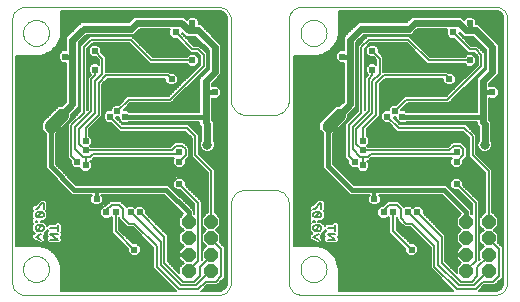
<source format=gbl>
G75*
%MOIN*%
%OFA0B0*%
%FSLAX24Y24*%
%IPPOS*%
%LPD*%
%AMOC8*
5,1,8,0,0,1.08239X$1,22.5*
%
%ADD10C,0.0000*%
%ADD11C,0.0060*%
%ADD12OC8,0.0440*%
%ADD13C,0.0240*%
%ADD14C,0.0160*%
%ADD15C,0.0320*%
%ADD16C,0.0240*%
%ADD17C,0.0120*%
%ADD18C,0.0100*%
D10*
X003587Y005150D02*
X010080Y005150D01*
X010119Y005153D01*
X010158Y005159D01*
X010196Y005169D01*
X010233Y005183D01*
X010268Y005200D01*
X010301Y005221D01*
X010332Y005245D01*
X010361Y005271D01*
X010387Y005301D01*
X010410Y005333D01*
X010430Y005367D01*
X010446Y005402D01*
X010458Y005440D01*
X010467Y005478D01*
X010473Y005517D01*
X010474Y005556D01*
X010474Y008150D01*
X010476Y008194D01*
X010482Y008237D01*
X010491Y008279D01*
X010504Y008321D01*
X010521Y008361D01*
X010541Y008400D01*
X010564Y008437D01*
X010591Y008471D01*
X010620Y008504D01*
X010653Y008533D01*
X010687Y008560D01*
X010724Y008583D01*
X010763Y008603D01*
X010803Y008620D01*
X010845Y008633D01*
X010887Y008642D01*
X010930Y008648D01*
X010974Y008650D01*
X011912Y008650D01*
X011956Y008648D01*
X011999Y008642D01*
X012041Y008633D01*
X012083Y008620D01*
X012123Y008603D01*
X012162Y008583D01*
X012199Y008560D01*
X012233Y008533D01*
X012266Y008504D01*
X012295Y008471D01*
X012322Y008437D01*
X012345Y008400D01*
X012365Y008361D01*
X012382Y008321D01*
X012395Y008279D01*
X012404Y008237D01*
X012410Y008194D01*
X012412Y008150D01*
X012412Y005556D01*
X012414Y005517D01*
X012419Y005479D01*
X012428Y005441D01*
X012441Y005404D01*
X012458Y005369D01*
X012478Y005335D01*
X012501Y005304D01*
X012527Y005275D01*
X012555Y005249D01*
X012586Y005225D01*
X012620Y005205D01*
X012655Y005188D01*
X012692Y005175D01*
X012729Y005165D01*
X012768Y005159D01*
X012807Y005157D01*
X012806Y005157D02*
X019299Y005157D01*
X019338Y005159D01*
X019376Y005165D01*
X019413Y005174D01*
X019450Y005187D01*
X019485Y005204D01*
X019518Y005223D01*
X019549Y005246D01*
X019578Y005272D01*
X019604Y005301D01*
X019627Y005332D01*
X019646Y005365D01*
X019663Y005400D01*
X019676Y005437D01*
X019685Y005474D01*
X019691Y005512D01*
X019693Y005551D01*
X019693Y014350D01*
X019691Y014389D01*
X019685Y014427D01*
X019676Y014464D01*
X019663Y014501D01*
X019646Y014536D01*
X019627Y014569D01*
X019604Y014600D01*
X019578Y014629D01*
X019549Y014655D01*
X019518Y014678D01*
X019485Y014697D01*
X019450Y014714D01*
X019413Y014727D01*
X019376Y014736D01*
X019338Y014742D01*
X019299Y014744D01*
X012806Y014744D01*
X012806Y014743D02*
X012767Y014740D01*
X012728Y014734D01*
X012690Y014724D01*
X012653Y014710D01*
X012618Y014693D01*
X012585Y014672D01*
X012554Y014648D01*
X012525Y014622D01*
X012499Y014592D01*
X012476Y014560D01*
X012456Y014526D01*
X012440Y014491D01*
X012428Y014453D01*
X012419Y014415D01*
X012413Y014376D01*
X012412Y014337D01*
X012412Y014338D02*
X012412Y011650D01*
X012410Y011606D01*
X012404Y011563D01*
X012395Y011521D01*
X012382Y011479D01*
X012365Y011439D01*
X012345Y011400D01*
X012322Y011363D01*
X012295Y011329D01*
X012266Y011296D01*
X012233Y011267D01*
X012199Y011240D01*
X012162Y011217D01*
X012123Y011197D01*
X012083Y011180D01*
X012041Y011167D01*
X011999Y011158D01*
X011956Y011152D01*
X011912Y011150D01*
X010974Y011150D01*
X010930Y011152D01*
X010887Y011158D01*
X010845Y011167D01*
X010803Y011180D01*
X010763Y011197D01*
X010724Y011217D01*
X010687Y011240D01*
X010653Y011267D01*
X010620Y011296D01*
X010591Y011329D01*
X010564Y011363D01*
X010541Y011400D01*
X010521Y011439D01*
X010504Y011479D01*
X010491Y011521D01*
X010482Y011563D01*
X010476Y011606D01*
X010474Y011650D01*
X010474Y014338D01*
X010475Y014338D02*
X010473Y014377D01*
X010468Y014415D01*
X010459Y014453D01*
X010446Y014490D01*
X010429Y014525D01*
X010409Y014559D01*
X010386Y014590D01*
X010360Y014619D01*
X010332Y014645D01*
X010301Y014669D01*
X010267Y014689D01*
X010232Y014706D01*
X010195Y014719D01*
X010158Y014729D01*
X010119Y014735D01*
X010080Y014737D01*
X003587Y014737D01*
X003548Y014735D01*
X003510Y014729D01*
X003473Y014720D01*
X003436Y014707D01*
X003401Y014690D01*
X003368Y014671D01*
X003337Y014648D01*
X003308Y014622D01*
X003282Y014593D01*
X003259Y014562D01*
X003240Y014529D01*
X003223Y014494D01*
X003210Y014457D01*
X003201Y014420D01*
X003195Y014382D01*
X003193Y014343D01*
X003193Y005544D01*
X003195Y005505D01*
X003201Y005467D01*
X003210Y005430D01*
X003223Y005393D01*
X003240Y005358D01*
X003259Y005325D01*
X003282Y005294D01*
X003308Y005265D01*
X003337Y005239D01*
X003368Y005216D01*
X003401Y005197D01*
X003436Y005180D01*
X003473Y005167D01*
X003510Y005158D01*
X003548Y005152D01*
X003587Y005150D01*
X003548Y006006D02*
X003550Y006047D01*
X003556Y006088D01*
X003566Y006128D01*
X003579Y006167D01*
X003596Y006204D01*
X003617Y006240D01*
X003641Y006274D01*
X003668Y006305D01*
X003697Y006333D01*
X003730Y006359D01*
X003764Y006381D01*
X003801Y006400D01*
X003839Y006415D01*
X003879Y006427D01*
X003919Y006435D01*
X003960Y006439D01*
X004002Y006439D01*
X004043Y006435D01*
X004083Y006427D01*
X004123Y006415D01*
X004161Y006400D01*
X004197Y006381D01*
X004232Y006359D01*
X004265Y006333D01*
X004294Y006305D01*
X004321Y006274D01*
X004345Y006240D01*
X004366Y006204D01*
X004383Y006167D01*
X004396Y006128D01*
X004406Y006088D01*
X004412Y006047D01*
X004414Y006006D01*
X004412Y005965D01*
X004406Y005924D01*
X004396Y005884D01*
X004383Y005845D01*
X004366Y005808D01*
X004345Y005772D01*
X004321Y005738D01*
X004294Y005707D01*
X004265Y005679D01*
X004232Y005653D01*
X004198Y005631D01*
X004161Y005612D01*
X004123Y005597D01*
X004083Y005585D01*
X004043Y005577D01*
X004002Y005573D01*
X003960Y005573D01*
X003919Y005577D01*
X003879Y005585D01*
X003839Y005597D01*
X003801Y005612D01*
X003765Y005631D01*
X003730Y005653D01*
X003697Y005679D01*
X003668Y005707D01*
X003641Y005738D01*
X003617Y005772D01*
X003596Y005808D01*
X003579Y005845D01*
X003566Y005884D01*
X003556Y005924D01*
X003550Y005965D01*
X003548Y006006D01*
X003548Y013880D02*
X003550Y013921D01*
X003556Y013962D01*
X003566Y014002D01*
X003579Y014041D01*
X003596Y014078D01*
X003617Y014114D01*
X003641Y014148D01*
X003668Y014179D01*
X003697Y014207D01*
X003730Y014233D01*
X003764Y014255D01*
X003801Y014274D01*
X003839Y014289D01*
X003879Y014301D01*
X003919Y014309D01*
X003960Y014313D01*
X004002Y014313D01*
X004043Y014309D01*
X004083Y014301D01*
X004123Y014289D01*
X004161Y014274D01*
X004197Y014255D01*
X004232Y014233D01*
X004265Y014207D01*
X004294Y014179D01*
X004321Y014148D01*
X004345Y014114D01*
X004366Y014078D01*
X004383Y014041D01*
X004396Y014002D01*
X004406Y013962D01*
X004412Y013921D01*
X004414Y013880D01*
X004412Y013839D01*
X004406Y013798D01*
X004396Y013758D01*
X004383Y013719D01*
X004366Y013682D01*
X004345Y013646D01*
X004321Y013612D01*
X004294Y013581D01*
X004265Y013553D01*
X004232Y013527D01*
X004198Y013505D01*
X004161Y013486D01*
X004123Y013471D01*
X004083Y013459D01*
X004043Y013451D01*
X004002Y013447D01*
X003960Y013447D01*
X003919Y013451D01*
X003879Y013459D01*
X003839Y013471D01*
X003801Y013486D01*
X003765Y013505D01*
X003730Y013527D01*
X003697Y013553D01*
X003668Y013581D01*
X003641Y013612D01*
X003617Y013646D01*
X003596Y013682D01*
X003579Y013719D01*
X003566Y013758D01*
X003556Y013798D01*
X003550Y013839D01*
X003548Y013880D01*
X012798Y013880D02*
X012800Y013921D01*
X012806Y013962D01*
X012816Y014002D01*
X012829Y014041D01*
X012846Y014078D01*
X012867Y014114D01*
X012891Y014148D01*
X012918Y014179D01*
X012947Y014207D01*
X012980Y014233D01*
X013014Y014255D01*
X013051Y014274D01*
X013089Y014289D01*
X013129Y014301D01*
X013169Y014309D01*
X013210Y014313D01*
X013252Y014313D01*
X013293Y014309D01*
X013333Y014301D01*
X013373Y014289D01*
X013411Y014274D01*
X013447Y014255D01*
X013482Y014233D01*
X013515Y014207D01*
X013544Y014179D01*
X013571Y014148D01*
X013595Y014114D01*
X013616Y014078D01*
X013633Y014041D01*
X013646Y014002D01*
X013656Y013962D01*
X013662Y013921D01*
X013664Y013880D01*
X013662Y013839D01*
X013656Y013798D01*
X013646Y013758D01*
X013633Y013719D01*
X013616Y013682D01*
X013595Y013646D01*
X013571Y013612D01*
X013544Y013581D01*
X013515Y013553D01*
X013482Y013527D01*
X013448Y013505D01*
X013411Y013486D01*
X013373Y013471D01*
X013333Y013459D01*
X013293Y013451D01*
X013252Y013447D01*
X013210Y013447D01*
X013169Y013451D01*
X013129Y013459D01*
X013089Y013471D01*
X013051Y013486D01*
X013015Y013505D01*
X012980Y013527D01*
X012947Y013553D01*
X012918Y013581D01*
X012891Y013612D01*
X012867Y013646D01*
X012846Y013682D01*
X012829Y013719D01*
X012816Y013758D01*
X012806Y013798D01*
X012800Y013839D01*
X012798Y013880D01*
X012798Y006006D02*
X012800Y006047D01*
X012806Y006088D01*
X012816Y006128D01*
X012829Y006167D01*
X012846Y006204D01*
X012867Y006240D01*
X012891Y006274D01*
X012918Y006305D01*
X012947Y006333D01*
X012980Y006359D01*
X013014Y006381D01*
X013051Y006400D01*
X013089Y006415D01*
X013129Y006427D01*
X013169Y006435D01*
X013210Y006439D01*
X013252Y006439D01*
X013293Y006435D01*
X013333Y006427D01*
X013373Y006415D01*
X013411Y006400D01*
X013447Y006381D01*
X013482Y006359D01*
X013515Y006333D01*
X013544Y006305D01*
X013571Y006274D01*
X013595Y006240D01*
X013616Y006204D01*
X013633Y006167D01*
X013646Y006128D01*
X013656Y006088D01*
X013662Y006047D01*
X013664Y006006D01*
X013662Y005965D01*
X013656Y005924D01*
X013646Y005884D01*
X013633Y005845D01*
X013616Y005808D01*
X013595Y005772D01*
X013571Y005738D01*
X013544Y005707D01*
X013515Y005679D01*
X013482Y005653D01*
X013448Y005631D01*
X013411Y005612D01*
X013373Y005597D01*
X013333Y005585D01*
X013293Y005577D01*
X013252Y005573D01*
X013210Y005573D01*
X013169Y005577D01*
X013129Y005585D01*
X013089Y005597D01*
X013051Y005612D01*
X013015Y005631D01*
X012980Y005653D01*
X012947Y005679D01*
X012918Y005707D01*
X012891Y005738D01*
X012867Y005772D01*
X012846Y005808D01*
X012829Y005845D01*
X012816Y005884D01*
X012806Y005924D01*
X012800Y005965D01*
X012798Y006006D01*
D11*
X012573Y006781D02*
X012573Y013113D01*
X013266Y013113D01*
X013267Y013112D01*
X013279Y013113D01*
X013290Y013113D01*
X013292Y013114D01*
X013394Y013125D01*
X013396Y013124D01*
X013406Y013126D01*
X013417Y013127D01*
X013419Y013130D01*
X013519Y013156D01*
X013521Y013155D01*
X013531Y013160D01*
X013542Y013162D01*
X013543Y013165D01*
X013637Y013207D01*
X013640Y013206D01*
X013649Y013212D01*
X013659Y013216D01*
X013660Y013219D01*
X013747Y013275D01*
X013750Y013275D01*
X013758Y013282D01*
X013767Y013288D01*
X013767Y013291D01*
X013844Y013360D01*
X013847Y013360D01*
X013854Y013369D01*
X013862Y013376D01*
X013862Y013379D01*
X013927Y013459D01*
X013930Y013460D01*
X013935Y013469D01*
X013942Y013477D01*
X013942Y013480D01*
X013993Y013569D01*
X013996Y013571D01*
X014000Y013581D01*
X014005Y013590D01*
X014005Y013593D01*
X014042Y013689D01*
X014044Y013691D01*
X014046Y013701D01*
X014050Y013711D01*
X014049Y013714D01*
X014071Y013815D01*
X014073Y013817D01*
X014073Y013827D01*
X014076Y013838D01*
X014074Y013840D01*
X014080Y013942D01*
X014080Y013955D01*
X014081Y013967D01*
X014080Y013968D01*
X014080Y014607D01*
X019330Y014607D01*
X019363Y014604D01*
X019446Y014569D01*
X019519Y014497D01*
X019558Y014401D01*
X019563Y014350D01*
X019563Y005551D01*
X019558Y005499D01*
X019519Y005404D01*
X019446Y005332D01*
X019351Y005292D01*
X019299Y005287D01*
X018750Y005287D01*
X018751Y005288D01*
X018930Y005468D01*
X019274Y005468D01*
X019344Y005538D01*
X019532Y005725D01*
X019532Y006731D01*
X019366Y006897D01*
X019378Y006909D01*
X019378Y007166D01*
X019232Y007312D01*
X019378Y007459D01*
X019378Y007716D01*
X019197Y007897D01*
X019188Y007897D01*
X019188Y009325D01*
X018657Y009856D01*
X018657Y010481D01*
X018305Y010832D01*
X018206Y010832D01*
X016118Y010832D01*
X015903Y011047D01*
X015903Y011065D01*
X015983Y011065D01*
X015983Y011001D01*
X016106Y010878D01*
X016280Y010878D01*
X016320Y010918D01*
X018671Y010918D01*
X018671Y010813D01*
X018733Y010751D01*
X018733Y010294D01*
X018731Y010292D01*
X018693Y010200D01*
X018693Y010100D01*
X018731Y010008D01*
X018802Y009938D01*
X018893Y009900D01*
X018993Y009900D01*
X019085Y009938D01*
X019155Y010008D01*
X019193Y010100D01*
X019193Y010200D01*
X019155Y010292D01*
X019153Y010294D01*
X019153Y010924D01*
X019091Y010987D01*
X019091Y011706D01*
X019106Y011690D01*
X019280Y011690D01*
X019403Y011813D01*
X019403Y011987D01*
X019280Y012110D01*
X019106Y012110D01*
X019091Y012094D01*
X019091Y012188D01*
X019280Y012378D01*
X019403Y012501D01*
X019403Y013487D01*
X019280Y013610D01*
X018841Y014049D01*
X018841Y014049D01*
X018718Y014172D01*
X018653Y014172D01*
X018653Y014299D01*
X018530Y014422D01*
X018356Y014422D01*
X018256Y014322D01*
X018155Y014422D01*
X016512Y014422D01*
X016325Y014235D01*
X014731Y014235D01*
X014356Y013860D01*
X014233Y013737D01*
X014233Y013297D01*
X014106Y013297D01*
X013983Y013174D01*
X013983Y013001D01*
X014106Y012878D01*
X014233Y012878D01*
X014233Y011590D01*
X014090Y011446D01*
X013979Y011446D01*
X013897Y011364D01*
X013510Y010977D01*
X013428Y010895D01*
X013428Y010655D01*
X013510Y010573D01*
X013554Y010528D01*
X013554Y009361D01*
X013654Y009261D01*
X014336Y008580D01*
X014336Y008580D01*
X014435Y008480D01*
X015101Y008480D01*
X015046Y008424D01*
X015046Y008251D01*
X015169Y008128D01*
X015343Y008128D01*
X015466Y008251D01*
X015466Y008424D01*
X015410Y008480D01*
X017498Y008480D01*
X018135Y007843D01*
X018008Y007716D01*
X018008Y007459D01*
X018155Y007312D01*
X018008Y007166D01*
X018008Y006909D01*
X018155Y006763D01*
X018008Y006616D01*
X018008Y006517D01*
X018288Y006517D01*
X018288Y006458D01*
X018008Y006458D01*
X018008Y006359D01*
X018155Y006212D01*
X018008Y006066D01*
X018008Y005880D01*
X017626Y006262D01*
X017626Y007137D01*
X016903Y007860D01*
X016903Y007987D01*
X016780Y008110D01*
X016606Y008110D01*
X016537Y008041D01*
X016468Y008110D01*
X016294Y008110D01*
X016251Y008067D01*
X016251Y008075D01*
X016126Y008200D01*
X016055Y008270D01*
X015706Y008270D01*
X015546Y008110D01*
X015481Y008110D01*
X015358Y007987D01*
X015358Y007813D01*
X015481Y007690D01*
X015655Y007690D01*
X015724Y007759D01*
X015761Y007723D01*
X015761Y007225D01*
X016296Y006690D01*
X016296Y006563D01*
X016419Y006440D01*
X016593Y006440D01*
X016716Y006563D01*
X016716Y006737D01*
X016593Y006860D01*
X016465Y006860D01*
X016001Y007325D01*
X016001Y007723D01*
X016011Y007733D01*
X016011Y007663D01*
X016081Y007593D01*
X016268Y007405D01*
X016456Y007405D01*
X017136Y006725D01*
X017136Y006038D01*
X017206Y005968D01*
X017886Y005287D01*
X014073Y005287D01*
X014073Y005966D01*
X014074Y005968D01*
X014073Y005979D01*
X014073Y005991D01*
X014072Y005992D01*
X014061Y006094D01*
X014063Y006096D01*
X014060Y006107D01*
X014059Y006117D01*
X017136Y006117D01*
X017136Y006059D02*
X014065Y006059D01*
X014059Y006117D02*
X014057Y006119D01*
X014030Y006219D01*
X014031Y006222D01*
X014027Y006232D01*
X014024Y006242D01*
X014021Y006243D01*
X013979Y006338D01*
X013980Y006341D01*
X013974Y006350D01*
X013970Y006359D01*
X013967Y006360D01*
X013911Y006447D01*
X013911Y006450D01*
X013904Y006458D01*
X013898Y006467D01*
X013895Y006468D01*
X016391Y006468D01*
X016332Y006527D02*
X013843Y006527D01*
X013826Y006545D02*
X013826Y006547D01*
X013818Y006554D01*
X013810Y006562D01*
X013808Y006562D01*
X013727Y006627D01*
X013727Y006630D01*
X013717Y006636D01*
X013709Y006642D01*
X013706Y006642D01*
X013617Y006694D01*
X013616Y006696D01*
X013606Y006700D01*
X013596Y006706D01*
X013594Y006705D01*
X013497Y006742D01*
X013496Y006745D01*
X013485Y006747D01*
X013475Y006751D01*
X013472Y006749D01*
X013371Y006771D01*
X013369Y006773D01*
X013359Y006774D01*
X013348Y006776D01*
X013346Y006774D01*
X013245Y006780D01*
X013244Y006781D01*
X013231Y006781D01*
X013219Y006781D01*
X013218Y006781D01*
X012573Y006781D01*
X012573Y006819D02*
X016167Y006819D01*
X016225Y006761D02*
X013421Y006761D01*
X013387Y006863D02*
X013177Y006968D01*
X013138Y006981D01*
X013134Y006990D01*
X013125Y006994D01*
X013112Y007033D01*
X013094Y007070D01*
X013097Y007079D01*
X013094Y007088D01*
X013112Y007125D01*
X013125Y007164D01*
X013134Y007169D01*
X013138Y007177D01*
X013177Y007190D01*
X013188Y007196D01*
X013175Y007209D01*
X013147Y007237D01*
X013147Y007237D01*
X013103Y007281D01*
X013103Y007467D01*
X013136Y007500D01*
X013103Y007532D01*
X013103Y007675D01*
X013127Y007699D01*
X013103Y007723D01*
X013103Y007909D01*
X013136Y007942D01*
X013103Y007974D01*
X013103Y008073D01*
X013173Y008144D01*
X013217Y008144D01*
X013390Y008317D01*
X013533Y008317D01*
X013603Y008247D01*
X013603Y007974D01*
X013571Y007942D01*
X013603Y007909D01*
X013603Y007723D01*
X013533Y007652D01*
X013490Y007609D01*
X013387Y007609D01*
X013387Y007581D01*
X013490Y007581D01*
X013527Y007543D01*
X013560Y007510D01*
X013603Y007467D01*
X013603Y007444D01*
X013653Y007494D01*
X013843Y007494D01*
X013843Y007510D01*
X013914Y007581D01*
X014013Y007581D01*
X014083Y007510D01*
X014083Y007237D01*
X014073Y007227D01*
X014083Y007216D01*
X014083Y007116D01*
X014048Y007081D01*
X014071Y007065D01*
X014074Y007052D01*
X014083Y007042D01*
X014083Y007004D01*
X014091Y006967D01*
X014083Y006956D01*
X014083Y006943D01*
X014057Y006916D01*
X014036Y006885D01*
X014023Y006882D01*
X014013Y006873D01*
X013975Y006873D01*
X013938Y006865D01*
X013927Y006873D01*
X013653Y006873D01*
X013583Y006943D01*
X013583Y007042D01*
X013619Y007078D01*
X013595Y007094D01*
X013593Y007107D01*
X013583Y007116D01*
X013583Y007154D01*
X013576Y007191D01*
X013583Y007202D01*
X013583Y007216D01*
X013610Y007242D01*
X013631Y007274D01*
X013633Y007274D01*
X013603Y007304D01*
X013603Y007281D01*
X013533Y007211D01*
X013517Y007194D01*
X013526Y007175D01*
X013495Y007081D01*
X013492Y007079D01*
X013495Y007078D01*
X013526Y006983D01*
X013482Y006894D01*
X013387Y006863D01*
X013358Y006878D02*
X012573Y006878D01*
X012573Y006936D02*
X013241Y006936D01*
X013125Y006995D02*
X012573Y006995D01*
X012573Y007053D02*
X013102Y007053D01*
X013105Y007112D02*
X012573Y007112D01*
X012573Y007170D02*
X013134Y007170D01*
X013155Y007229D02*
X012573Y007229D01*
X012573Y007287D02*
X013103Y007287D01*
X013103Y007346D02*
X012573Y007346D01*
X012573Y007404D02*
X013103Y007404D01*
X013103Y007463D02*
X012573Y007463D01*
X012573Y007521D02*
X013114Y007521D01*
X013103Y007580D02*
X012573Y007580D01*
X012573Y007638D02*
X013103Y007638D01*
X013125Y007697D02*
X012573Y007697D01*
X012573Y007755D02*
X013103Y007755D01*
X013103Y007814D02*
X012573Y007814D01*
X012573Y007872D02*
X013103Y007872D01*
X013125Y007931D02*
X012573Y007931D01*
X012573Y007989D02*
X013103Y007989D01*
X013103Y008048D02*
X012573Y008048D01*
X012573Y008106D02*
X013136Y008106D01*
X013238Y008165D02*
X012573Y008165D01*
X012573Y008223D02*
X013296Y008223D01*
X013355Y008282D02*
X012573Y008282D01*
X012573Y008340D02*
X015046Y008340D01*
X015046Y008282D02*
X013569Y008282D01*
X013603Y008223D02*
X015073Y008223D01*
X015132Y008165D02*
X013603Y008165D01*
X013603Y008106D02*
X015477Y008106D01*
X015419Y008048D02*
X013603Y008048D01*
X013603Y007989D02*
X015360Y007989D01*
X015358Y007931D02*
X013582Y007931D01*
X013603Y007872D02*
X015358Y007872D01*
X015358Y007814D02*
X013603Y007814D01*
X013603Y007755D02*
X015416Y007755D01*
X015475Y007697D02*
X013577Y007697D01*
X013519Y007638D02*
X015761Y007638D01*
X015761Y007580D02*
X014014Y007580D01*
X014073Y007521D02*
X015761Y007521D01*
X015761Y007463D02*
X014083Y007463D01*
X014083Y007404D02*
X015761Y007404D01*
X015761Y007346D02*
X014083Y007346D01*
X014083Y007287D02*
X015761Y007287D01*
X015761Y007229D02*
X014074Y007229D01*
X014083Y007170D02*
X015816Y007170D01*
X015874Y007112D02*
X014079Y007112D01*
X014074Y007053D02*
X015933Y007053D01*
X015991Y006995D02*
X014085Y006995D01*
X014077Y006936D02*
X016050Y006936D01*
X016108Y006878D02*
X014018Y006878D01*
X013963Y006993D02*
X013703Y007166D01*
X013963Y007166D01*
X013963Y007287D02*
X013963Y007461D01*
X013963Y007374D02*
X013703Y007374D01*
X013622Y007463D02*
X013603Y007463D01*
X013549Y007521D02*
X013854Y007521D01*
X013913Y007580D02*
X013491Y007580D01*
X013440Y007461D02*
X013267Y007287D01*
X013223Y007331D01*
X013223Y007417D01*
X013267Y007461D01*
X013440Y007461D01*
X013483Y007417D01*
X013483Y007331D01*
X013440Y007287D01*
X013267Y007287D01*
X013397Y007166D02*
X013223Y007079D01*
X013397Y006993D01*
X013503Y006936D02*
X013590Y006936D01*
X013583Y006995D02*
X013522Y006995D01*
X013503Y007053D02*
X013594Y007053D01*
X013588Y007112D02*
X013505Y007112D01*
X013524Y007170D02*
X013580Y007170D01*
X013596Y007229D02*
X013551Y007229D01*
X013603Y007287D02*
X013620Y007287D01*
X013267Y007582D02*
X013267Y007625D01*
X013223Y007625D01*
X013223Y007582D01*
X013267Y007582D01*
X013267Y007729D02*
X013440Y007903D01*
X013267Y007903D01*
X013223Y007859D01*
X013223Y007772D01*
X013267Y007729D01*
X013440Y007729D01*
X013483Y007772D01*
X013483Y007859D01*
X013440Y007903D01*
X013483Y008024D02*
X013483Y008197D01*
X013440Y008197D01*
X013267Y008024D01*
X013223Y008024D01*
X012573Y008399D02*
X015046Y008399D01*
X015078Y008457D02*
X012573Y008457D01*
X012573Y008516D02*
X014400Y008516D01*
X014341Y008574D02*
X012573Y008574D01*
X012573Y008633D02*
X014283Y008633D01*
X014224Y008691D02*
X012573Y008691D01*
X012573Y008750D02*
X014166Y008750D01*
X014107Y008808D02*
X012573Y008808D01*
X012573Y008867D02*
X014049Y008867D01*
X013990Y008925D02*
X012573Y008925D01*
X012573Y008984D02*
X013932Y008984D01*
X013873Y009042D02*
X012573Y009042D01*
X012573Y009101D02*
X013815Y009101D01*
X013756Y009159D02*
X012573Y009159D01*
X012573Y009218D02*
X013698Y009218D01*
X013639Y009276D02*
X012573Y009276D01*
X012573Y009335D02*
X013581Y009335D01*
X013554Y009393D02*
X012573Y009393D01*
X012573Y009452D02*
X013554Y009452D01*
X013554Y009510D02*
X012573Y009510D01*
X012573Y009569D02*
X013554Y009569D01*
X013554Y009627D02*
X012573Y009627D01*
X012573Y009686D02*
X013554Y009686D01*
X013554Y009744D02*
X012573Y009744D01*
X012573Y009803D02*
X013554Y009803D01*
X013554Y009861D02*
X012573Y009861D01*
X012573Y009920D02*
X013554Y009920D01*
X013554Y009978D02*
X012573Y009978D01*
X012573Y010037D02*
X013554Y010037D01*
X013554Y010095D02*
X012573Y010095D01*
X012573Y010154D02*
X013554Y010154D01*
X013554Y010212D02*
X012573Y010212D01*
X012573Y010271D02*
X013554Y010271D01*
X013554Y010329D02*
X012573Y010329D01*
X012573Y010388D02*
X013554Y010388D01*
X013554Y010446D02*
X012573Y010446D01*
X012573Y010505D02*
X013554Y010505D01*
X013520Y010563D02*
X012573Y010563D01*
X012573Y010622D02*
X013461Y010622D01*
X013428Y010680D02*
X012573Y010680D01*
X012573Y010739D02*
X013428Y010739D01*
X013428Y010797D02*
X012573Y010797D01*
X012573Y010856D02*
X013428Y010856D01*
X013447Y010914D02*
X012573Y010914D01*
X012573Y010973D02*
X013505Y010973D01*
X013510Y010977D02*
X013510Y010977D01*
X013564Y011031D02*
X012573Y011031D01*
X012573Y011090D02*
X013622Y011090D01*
X013681Y011148D02*
X012573Y011148D01*
X012573Y011207D02*
X013739Y011207D01*
X013798Y011265D02*
X012573Y011265D01*
X012573Y011324D02*
X013856Y011324D01*
X013915Y011382D02*
X012573Y011382D01*
X012573Y011441D02*
X013973Y011441D01*
X014142Y011499D02*
X012573Y011499D01*
X012573Y011558D02*
X014201Y011558D01*
X014233Y011616D02*
X012573Y011616D01*
X012573Y011675D02*
X014233Y011675D01*
X014233Y011733D02*
X012573Y011733D01*
X012573Y011792D02*
X014233Y011792D01*
X014233Y011850D02*
X012573Y011850D01*
X012573Y011909D02*
X014233Y011909D01*
X014233Y011967D02*
X012573Y011967D01*
X012573Y012026D02*
X014233Y012026D01*
X014233Y012084D02*
X012573Y012084D01*
X012573Y012143D02*
X014233Y012143D01*
X014233Y012201D02*
X012573Y012201D01*
X012573Y012260D02*
X014233Y012260D01*
X014233Y012318D02*
X012573Y012318D01*
X012573Y012377D02*
X014233Y012377D01*
X014233Y012435D02*
X012573Y012435D01*
X012573Y012494D02*
X014233Y012494D01*
X014233Y012552D02*
X012573Y012552D01*
X012573Y012611D02*
X014233Y012611D01*
X014233Y012669D02*
X012573Y012669D01*
X012573Y012728D02*
X014233Y012728D01*
X014233Y012786D02*
X012573Y012786D01*
X012573Y012845D02*
X014233Y012845D01*
X014081Y012903D02*
X012573Y012903D01*
X012573Y012962D02*
X014022Y012962D01*
X013983Y013020D02*
X012573Y013020D01*
X012573Y013079D02*
X013983Y013079D01*
X013983Y013137D02*
X013446Y013137D01*
X013612Y013196D02*
X014004Y013196D01*
X014063Y013254D02*
X013714Y013254D01*
X013791Y013313D02*
X014233Y013313D01*
X014233Y013371D02*
X013857Y013371D01*
X013903Y013430D02*
X014233Y013430D01*
X014233Y013488D02*
X013946Y013488D01*
X013980Y013547D02*
X014233Y013547D01*
X014233Y013605D02*
X014009Y013605D01*
X014032Y013664D02*
X014233Y013664D01*
X014233Y013722D02*
X014051Y013722D01*
X014063Y013781D02*
X014277Y013781D01*
X014335Y013839D02*
X014075Y013839D01*
X014077Y013898D02*
X014394Y013898D01*
X014452Y013956D02*
X014080Y013956D01*
X014080Y013942D02*
X014080Y013942D01*
X014080Y014015D02*
X014511Y014015D01*
X014569Y014073D02*
X014080Y014073D01*
X014080Y014132D02*
X014628Y014132D01*
X014686Y014190D02*
X014080Y014190D01*
X014080Y014249D02*
X016339Y014249D01*
X016397Y014307D02*
X014080Y014307D01*
X014080Y014366D02*
X016456Y014366D01*
X016686Y014003D02*
X017686Y014003D01*
X017671Y013987D01*
X017671Y013813D01*
X017794Y013690D01*
X017921Y013690D01*
X018323Y013288D01*
X018393Y013218D01*
X018581Y013218D01*
X018698Y013100D01*
X018698Y012825D01*
X017643Y011770D01*
X016268Y011770D01*
X015983Y011485D01*
X015856Y011485D01*
X015733Y011362D01*
X015733Y011297D01*
X015606Y011297D01*
X015483Y011174D01*
X015483Y011001D01*
X015606Y010878D01*
X015733Y010878D01*
X016018Y010593D01*
X018206Y010593D01*
X018417Y010382D01*
X018417Y009757D01*
X018487Y009686D01*
X018948Y009225D01*
X018948Y007897D01*
X018940Y007897D01*
X018758Y007716D01*
X018758Y007459D01*
X018905Y007312D01*
X018758Y007166D01*
X018758Y006909D01*
X018905Y006762D01*
X018758Y006616D01*
X018758Y006359D01*
X018777Y006341D01*
X018751Y006315D01*
X018751Y008262D01*
X018216Y008797D01*
X018216Y008924D01*
X018093Y009047D01*
X017919Y009047D01*
X017796Y008924D01*
X017796Y008751D01*
X017919Y008628D01*
X018046Y008628D01*
X018511Y008163D01*
X018511Y007833D01*
X018488Y007856D01*
X018488Y007970D01*
X017738Y008720D01*
X017639Y008820D01*
X014576Y008820D01*
X013894Y009502D01*
X013894Y010528D01*
X013896Y010530D01*
X014314Y010948D01*
X014396Y011030D01*
X014396Y011158D01*
X014653Y011416D01*
X014653Y013563D01*
X014905Y013815D01*
X016499Y013815D01*
X016622Y013938D01*
X016686Y014003D01*
X016640Y013956D02*
X017671Y013956D01*
X017671Y013898D02*
X016581Y013898D01*
X016523Y013839D02*
X017671Y013839D01*
X017703Y013781D02*
X014871Y013781D01*
X014812Y013722D02*
X014971Y013722D01*
X014948Y013700D02*
X015018Y013770D01*
X016430Y013770D01*
X017118Y013082D01*
X018266Y013082D01*
X018356Y013172D01*
X018530Y013172D01*
X018653Y013049D01*
X018653Y012876D01*
X018530Y012753D01*
X018356Y012753D01*
X018266Y012843D01*
X017018Y012843D01*
X016948Y012913D01*
X016331Y013530D01*
X015118Y013530D01*
X014938Y013350D01*
X014938Y011315D01*
X014948Y011325D01*
X014948Y012387D01*
X015018Y012457D01*
X015054Y012493D01*
X014983Y012563D01*
X014983Y012737D01*
X015106Y012860D01*
X015280Y012860D01*
X015323Y012817D01*
X015323Y012975D01*
X015233Y013065D01*
X015106Y013065D01*
X014983Y013188D01*
X014983Y013362D01*
X015106Y013485D01*
X015280Y013485D01*
X015403Y013362D01*
X015403Y013235D01*
X015563Y013075D01*
X015563Y012582D01*
X017680Y012582D01*
X017715Y012547D01*
X017843Y012547D01*
X017966Y012424D01*
X017966Y012251D01*
X017843Y012128D01*
X017669Y012128D01*
X017546Y012251D01*
X017546Y012343D01*
X015618Y012343D01*
X015438Y012163D01*
X015438Y011100D01*
X015368Y011030D01*
X015001Y010663D01*
X015001Y010452D01*
X015091Y010362D01*
X015091Y010188D01*
X015021Y010119D01*
X015058Y010082D01*
X017706Y010082D01*
X017862Y010239D01*
X018149Y010239D01*
X018219Y010168D01*
X018344Y010043D01*
X018344Y009757D01*
X018274Y009686D01*
X018216Y009628D01*
X018216Y009501D01*
X018093Y009378D01*
X017919Y009378D01*
X017796Y009501D01*
X017796Y009674D01*
X017839Y009718D01*
X015180Y009718D01*
X015157Y009694D01*
X015157Y009694D01*
X015087Y009624D01*
X015016Y009624D01*
X015091Y009549D01*
X015091Y009376D01*
X014968Y009253D01*
X014794Y009253D01*
X014671Y009376D01*
X014671Y009378D01*
X014512Y009378D01*
X014389Y009501D01*
X014389Y009628D01*
X014362Y009655D01*
X014362Y009655D01*
X014292Y009725D01*
X014292Y010856D01*
X014362Y010926D01*
X014698Y011262D01*
X014698Y013450D01*
X014768Y013520D01*
X014948Y013700D01*
X014948Y013700D01*
X014912Y013664D02*
X014754Y013664D01*
X014695Y013605D02*
X014854Y013605D01*
X014795Y013547D02*
X014653Y013547D01*
X014653Y013488D02*
X014737Y013488D01*
X014698Y013430D02*
X014653Y013430D01*
X014653Y013371D02*
X014698Y013371D01*
X014698Y013313D02*
X014653Y013313D01*
X014653Y013254D02*
X014698Y013254D01*
X014698Y013196D02*
X014653Y013196D01*
X014653Y013137D02*
X014698Y013137D01*
X014698Y013079D02*
X014653Y013079D01*
X014653Y013020D02*
X014698Y013020D01*
X014698Y012962D02*
X014653Y012962D01*
X014653Y012903D02*
X014698Y012903D01*
X014698Y012845D02*
X014653Y012845D01*
X014653Y012786D02*
X014698Y012786D01*
X014698Y012728D02*
X014653Y012728D01*
X014653Y012669D02*
X014698Y012669D01*
X014698Y012611D02*
X014653Y012611D01*
X014653Y012552D02*
X014698Y012552D01*
X014698Y012494D02*
X014653Y012494D01*
X014653Y012435D02*
X014698Y012435D01*
X014698Y012377D02*
X014653Y012377D01*
X014653Y012318D02*
X014698Y012318D01*
X014698Y012260D02*
X014653Y012260D01*
X014653Y012201D02*
X014698Y012201D01*
X014698Y012143D02*
X014653Y012143D01*
X014653Y012084D02*
X014698Y012084D01*
X014698Y012026D02*
X014653Y012026D01*
X014653Y011967D02*
X014698Y011967D01*
X014698Y011909D02*
X014653Y011909D01*
X014653Y011850D02*
X014698Y011850D01*
X014698Y011792D02*
X014653Y011792D01*
X014653Y011733D02*
X014698Y011733D01*
X014698Y011675D02*
X014653Y011675D01*
X014653Y011616D02*
X014698Y011616D01*
X014698Y011558D02*
X014653Y011558D01*
X014653Y011499D02*
X014698Y011499D01*
X014698Y011441D02*
X014653Y011441D01*
X014619Y011382D02*
X014698Y011382D01*
X014698Y011324D02*
X014561Y011324D01*
X014502Y011265D02*
X014698Y011265D01*
X014643Y011207D02*
X014444Y011207D01*
X014396Y011148D02*
X014584Y011148D01*
X014526Y011090D02*
X014396Y011090D01*
X014396Y011031D02*
X014467Y011031D01*
X014409Y010973D02*
X014339Y010973D01*
X014314Y010948D02*
X014314Y010948D01*
X014280Y010914D02*
X014350Y010914D01*
X014292Y010856D02*
X014222Y010856D01*
X014163Y010797D02*
X014292Y010797D01*
X014292Y010739D02*
X014105Y010739D01*
X014046Y010680D02*
X014292Y010680D01*
X014292Y010622D02*
X013988Y010622D01*
X013929Y010563D02*
X014292Y010563D01*
X014292Y010505D02*
X013894Y010505D01*
X013894Y010446D02*
X014292Y010446D01*
X014292Y010388D02*
X013894Y010388D01*
X013894Y010329D02*
X014292Y010329D01*
X014292Y010271D02*
X013894Y010271D01*
X013894Y010212D02*
X014292Y010212D01*
X014292Y010154D02*
X013894Y010154D01*
X013894Y010095D02*
X014292Y010095D01*
X014292Y010037D02*
X013894Y010037D01*
X013894Y009978D02*
X014292Y009978D01*
X014292Y009920D02*
X013894Y009920D01*
X013894Y009861D02*
X014292Y009861D01*
X014292Y009803D02*
X013894Y009803D01*
X013894Y009744D02*
X014292Y009744D01*
X014332Y009686D02*
X013894Y009686D01*
X013894Y009627D02*
X014389Y009627D01*
X014389Y009569D02*
X013894Y009569D01*
X013894Y009510D02*
X014389Y009510D01*
X014438Y009452D02*
X013945Y009452D01*
X014003Y009393D02*
X014497Y009393D01*
X014599Y009588D02*
X014412Y009775D01*
X014412Y010806D01*
X014818Y011213D01*
X014818Y013400D01*
X015068Y013650D01*
X016381Y013650D01*
X017068Y012963D01*
X018443Y012963D01*
X018653Y012962D02*
X018698Y012962D01*
X018698Y013020D02*
X018653Y013020D01*
X018624Y013079D02*
X018698Y013079D01*
X018661Y013137D02*
X018566Y013137D01*
X018603Y013196D02*
X017005Y013196D01*
X016946Y013254D02*
X018357Y013254D01*
X018298Y013313D02*
X016888Y013313D01*
X016829Y013371D02*
X018240Y013371D01*
X018181Y013430D02*
X016771Y013430D01*
X016712Y013488D02*
X018123Y013488D01*
X018064Y013547D02*
X016654Y013547D01*
X016595Y013605D02*
X018006Y013605D01*
X017947Y013664D02*
X016537Y013664D01*
X016478Y013722D02*
X017762Y013722D01*
X017881Y013900D02*
X018443Y013338D01*
X018631Y013338D01*
X018818Y013150D01*
X018818Y012775D01*
X017693Y011650D01*
X016318Y011650D01*
X015943Y011275D01*
X015812Y011441D02*
X015438Y011441D01*
X015438Y011499D02*
X015998Y011499D01*
X016056Y011558D02*
X015438Y011558D01*
X015438Y011616D02*
X016115Y011616D01*
X016173Y011675D02*
X015438Y011675D01*
X015438Y011733D02*
X016232Y011733D01*
X016368Y011530D02*
X017743Y011530D01*
X017813Y011600D01*
X018938Y012725D01*
X018938Y013200D01*
X018868Y013270D01*
X018680Y013457D01*
X018493Y013457D01*
X018091Y013860D01*
X018091Y013893D01*
X018108Y013876D01*
X018108Y013876D01*
X018231Y013753D01*
X018544Y013753D01*
X018983Y013313D01*
X018983Y012674D01*
X018794Y012485D01*
X018794Y012485D01*
X018671Y012362D01*
X018671Y011257D01*
X016320Y011257D01*
X016280Y011297D01*
X016153Y011297D01*
X016153Y011315D01*
X016368Y011530D01*
X016337Y011499D02*
X018671Y011499D01*
X018671Y011441D02*
X016278Y011441D01*
X016220Y011382D02*
X018671Y011382D01*
X018671Y011324D02*
X016161Y011324D01*
X016313Y011265D02*
X018671Y011265D01*
X018671Y011558D02*
X017770Y011558D01*
X017829Y011616D02*
X018671Y011616D01*
X018671Y011675D02*
X017887Y011675D01*
X017946Y011733D02*
X018671Y011733D01*
X018671Y011792D02*
X018004Y011792D01*
X018063Y011850D02*
X018671Y011850D01*
X018671Y011909D02*
X018121Y011909D01*
X018180Y011967D02*
X018671Y011967D01*
X018671Y012026D02*
X018238Y012026D01*
X018297Y012084D02*
X018671Y012084D01*
X018671Y012143D02*
X018355Y012143D01*
X018414Y012201D02*
X018671Y012201D01*
X018671Y012260D02*
X018472Y012260D01*
X018531Y012318D02*
X018671Y012318D01*
X018685Y012377D02*
X018589Y012377D01*
X018648Y012435D02*
X018744Y012435D01*
X018706Y012494D02*
X018802Y012494D01*
X018765Y012552D02*
X018861Y012552D01*
X018823Y012611D02*
X018919Y012611D01*
X018882Y012669D02*
X018978Y012669D01*
X018983Y012728D02*
X018938Y012728D01*
X018938Y012786D02*
X018983Y012786D01*
X018983Y012845D02*
X018938Y012845D01*
X018938Y012903D02*
X018983Y012903D01*
X018983Y012962D02*
X018938Y012962D01*
X018938Y013020D02*
X018983Y013020D01*
X018983Y013079D02*
X018938Y013079D01*
X018938Y013137D02*
X018983Y013137D01*
X018983Y013196D02*
X018938Y013196D01*
X018983Y013254D02*
X018884Y013254D01*
X018825Y013313D02*
X018983Y013313D01*
X018925Y013371D02*
X018767Y013371D01*
X018708Y013430D02*
X018867Y013430D01*
X018808Y013488D02*
X018462Y013488D01*
X018404Y013547D02*
X018750Y013547D01*
X018691Y013605D02*
X018345Y013605D01*
X018287Y013664D02*
X018633Y013664D01*
X018574Y013722D02*
X018228Y013722D01*
X018203Y013781D02*
X018170Y013781D01*
X018145Y013839D02*
X018111Y013839D01*
X018212Y014366D02*
X018299Y014366D01*
X018587Y014366D02*
X019562Y014366D01*
X019563Y014307D02*
X018646Y014307D01*
X018653Y014249D02*
X019563Y014249D01*
X019563Y014190D02*
X018653Y014190D01*
X018759Y014132D02*
X019563Y014132D01*
X019563Y014073D02*
X018817Y014073D01*
X018876Y014015D02*
X019563Y014015D01*
X019563Y013956D02*
X018934Y013956D01*
X018993Y013898D02*
X019563Y013898D01*
X019563Y013839D02*
X019051Y013839D01*
X019110Y013781D02*
X019563Y013781D01*
X019563Y013722D02*
X019168Y013722D01*
X019227Y013664D02*
X019563Y013664D01*
X019563Y013605D02*
X019285Y013605D01*
X019280Y013610D02*
X019280Y013610D01*
X019344Y013547D02*
X019563Y013547D01*
X019563Y013488D02*
X019402Y013488D01*
X019403Y013430D02*
X019563Y013430D01*
X019563Y013371D02*
X019403Y013371D01*
X019403Y013313D02*
X019563Y013313D01*
X019563Y013254D02*
X019403Y013254D01*
X019403Y013196D02*
X019563Y013196D01*
X019563Y013137D02*
X019403Y013137D01*
X019403Y013079D02*
X019563Y013079D01*
X019563Y013020D02*
X019403Y013020D01*
X019403Y012962D02*
X019563Y012962D01*
X019563Y012903D02*
X019403Y012903D01*
X019403Y012845D02*
X019563Y012845D01*
X019563Y012786D02*
X019403Y012786D01*
X019403Y012728D02*
X019563Y012728D01*
X019563Y012669D02*
X019403Y012669D01*
X019403Y012611D02*
X019563Y012611D01*
X019563Y012552D02*
X019403Y012552D01*
X019396Y012494D02*
X019563Y012494D01*
X019563Y012435D02*
X019338Y012435D01*
X019280Y012378D02*
X019280Y012378D01*
X019279Y012377D02*
X019563Y012377D01*
X019563Y012318D02*
X019221Y012318D01*
X019162Y012260D02*
X019563Y012260D01*
X019563Y012201D02*
X019104Y012201D01*
X019091Y012143D02*
X019563Y012143D01*
X019563Y012084D02*
X019306Y012084D01*
X019365Y012026D02*
X019563Y012026D01*
X019563Y011967D02*
X019403Y011967D01*
X019403Y011909D02*
X019563Y011909D01*
X019563Y011850D02*
X019403Y011850D01*
X019382Y011792D02*
X019563Y011792D01*
X019563Y011733D02*
X019323Y011733D01*
X019091Y011675D02*
X019563Y011675D01*
X019563Y011616D02*
X019091Y011616D01*
X019091Y011558D02*
X019563Y011558D01*
X019563Y011499D02*
X019091Y011499D01*
X019091Y011441D02*
X019563Y011441D01*
X019563Y011382D02*
X019091Y011382D01*
X019091Y011324D02*
X019563Y011324D01*
X019563Y011265D02*
X019091Y011265D01*
X019091Y011207D02*
X019563Y011207D01*
X019563Y011148D02*
X019091Y011148D01*
X019091Y011090D02*
X019563Y011090D01*
X019563Y011031D02*
X019091Y011031D01*
X019105Y010973D02*
X019563Y010973D01*
X019563Y010914D02*
X019153Y010914D01*
X019153Y010856D02*
X019563Y010856D01*
X019563Y010797D02*
X019153Y010797D01*
X019153Y010739D02*
X019563Y010739D01*
X019563Y010680D02*
X019153Y010680D01*
X019153Y010622D02*
X019563Y010622D01*
X019563Y010563D02*
X019153Y010563D01*
X019153Y010505D02*
X019563Y010505D01*
X019563Y010446D02*
X019153Y010446D01*
X019153Y010388D02*
X019563Y010388D01*
X019563Y010329D02*
X019153Y010329D01*
X019164Y010271D02*
X019563Y010271D01*
X019563Y010212D02*
X019188Y010212D01*
X019193Y010154D02*
X019563Y010154D01*
X019563Y010095D02*
X019191Y010095D01*
X019167Y010037D02*
X019563Y010037D01*
X019563Y009978D02*
X019125Y009978D01*
X019040Y009920D02*
X019563Y009920D01*
X019563Y009861D02*
X018657Y009861D01*
X018657Y009920D02*
X018846Y009920D01*
X018762Y009978D02*
X018657Y009978D01*
X018657Y010037D02*
X018720Y010037D01*
X018695Y010095D02*
X018657Y010095D01*
X018657Y010154D02*
X018693Y010154D01*
X018698Y010212D02*
X018657Y010212D01*
X018657Y010271D02*
X018723Y010271D01*
X018733Y010329D02*
X018657Y010329D01*
X018657Y010388D02*
X018733Y010388D01*
X018733Y010446D02*
X018657Y010446D01*
X018633Y010505D02*
X018733Y010505D01*
X018733Y010563D02*
X018575Y010563D01*
X018516Y010622D02*
X018733Y010622D01*
X018733Y010680D02*
X018458Y010680D01*
X018399Y010739D02*
X018733Y010739D01*
X018687Y010797D02*
X018341Y010797D01*
X018256Y010713D02*
X018537Y010431D01*
X018537Y009806D01*
X019068Y009275D01*
X019068Y007588D01*
X018758Y007580D02*
X018751Y007580D01*
X018751Y007638D02*
X018758Y007638D01*
X018751Y007697D02*
X018758Y007697D01*
X018751Y007755D02*
X018797Y007755D01*
X018751Y007814D02*
X018856Y007814D01*
X018914Y007872D02*
X018751Y007872D01*
X018751Y007931D02*
X018948Y007931D01*
X018948Y007989D02*
X018751Y007989D01*
X018751Y008048D02*
X018948Y008048D01*
X018948Y008106D02*
X018751Y008106D01*
X018751Y008165D02*
X018948Y008165D01*
X018948Y008223D02*
X018751Y008223D01*
X018731Y008282D02*
X018948Y008282D01*
X018948Y008340D02*
X018673Y008340D01*
X018614Y008399D02*
X018948Y008399D01*
X018948Y008457D02*
X018556Y008457D01*
X018497Y008516D02*
X018948Y008516D01*
X018948Y008574D02*
X018439Y008574D01*
X018380Y008633D02*
X018948Y008633D01*
X018948Y008691D02*
X018322Y008691D01*
X018263Y008750D02*
X018948Y008750D01*
X018948Y008808D02*
X018216Y008808D01*
X018216Y008867D02*
X018948Y008867D01*
X018948Y008925D02*
X018215Y008925D01*
X018157Y008984D02*
X018948Y008984D01*
X018948Y009042D02*
X018098Y009042D01*
X017913Y009042D02*
X014354Y009042D01*
X014296Y009101D02*
X018948Y009101D01*
X018948Y009159D02*
X014237Y009159D01*
X014179Y009218D02*
X018948Y009218D01*
X018897Y009276D02*
X014991Y009276D01*
X015050Y009335D02*
X018839Y009335D01*
X018780Y009393D02*
X018108Y009393D01*
X018167Y009452D02*
X018722Y009452D01*
X018663Y009510D02*
X018216Y009510D01*
X018216Y009569D02*
X018605Y009569D01*
X018546Y009627D02*
X018216Y009627D01*
X018273Y009686D02*
X018488Y009686D01*
X018429Y009744D02*
X018332Y009744D01*
X018344Y009803D02*
X018417Y009803D01*
X018417Y009861D02*
X018344Y009861D01*
X018344Y009920D02*
X018417Y009920D01*
X018417Y009978D02*
X018344Y009978D01*
X018344Y010037D02*
X018417Y010037D01*
X018417Y010095D02*
X018293Y010095D01*
X018234Y010154D02*
X018417Y010154D01*
X018417Y010212D02*
X018176Y010212D01*
X018099Y010119D02*
X017912Y010119D01*
X017756Y009963D01*
X014881Y009963D01*
X014662Y010181D01*
X014662Y010681D01*
X015193Y011213D01*
X015193Y012275D01*
X015443Y012525D01*
X015443Y013025D01*
X015193Y013275D01*
X015051Y013430D02*
X015017Y013430D01*
X014992Y013371D02*
X014959Y013371D01*
X014938Y013313D02*
X014983Y013313D01*
X014983Y013254D02*
X014938Y013254D01*
X014938Y013196D02*
X014983Y013196D01*
X014938Y013137D02*
X015034Y013137D01*
X015093Y013079D02*
X014938Y013079D01*
X014938Y013020D02*
X015278Y013020D01*
X015323Y012962D02*
X014938Y012962D01*
X014938Y012903D02*
X015323Y012903D01*
X015323Y012845D02*
X015296Y012845D01*
X015091Y012845D02*
X014938Y012845D01*
X014938Y012786D02*
X015032Y012786D01*
X014983Y012728D02*
X014938Y012728D01*
X014938Y012669D02*
X014983Y012669D01*
X014983Y012611D02*
X014938Y012611D01*
X014938Y012552D02*
X014994Y012552D01*
X014938Y012494D02*
X015053Y012494D01*
X014996Y012435D02*
X014938Y012435D01*
X014938Y012377D02*
X014948Y012377D01*
X014938Y012318D02*
X014948Y012318D01*
X014938Y012260D02*
X014948Y012260D01*
X014938Y012201D02*
X014948Y012201D01*
X014938Y012143D02*
X014948Y012143D01*
X014938Y012084D02*
X014948Y012084D01*
X014938Y012026D02*
X014948Y012026D01*
X014938Y011967D02*
X014948Y011967D01*
X014938Y011909D02*
X014948Y011909D01*
X014938Y011850D02*
X014948Y011850D01*
X014938Y011792D02*
X014948Y011792D01*
X014938Y011733D02*
X014948Y011733D01*
X014938Y011675D02*
X014948Y011675D01*
X014938Y011616D02*
X014948Y011616D01*
X014938Y011558D02*
X014948Y011558D01*
X014938Y011499D02*
X014948Y011499D01*
X014938Y011441D02*
X014948Y011441D01*
X014938Y011382D02*
X014948Y011382D01*
X014938Y011324D02*
X014947Y011324D01*
X015068Y011275D02*
X015068Y012338D01*
X015193Y012463D01*
X015193Y012650D01*
X015563Y012669D02*
X018543Y012669D01*
X018601Y012728D02*
X015563Y012728D01*
X015563Y012786D02*
X018323Y012786D01*
X018484Y012611D02*
X015563Y012611D01*
X015568Y012463D02*
X017631Y012463D01*
X017756Y012338D01*
X017897Y012494D02*
X018367Y012494D01*
X018426Y012552D02*
X017711Y012552D01*
X017955Y012435D02*
X018309Y012435D01*
X018250Y012377D02*
X017966Y012377D01*
X017966Y012318D02*
X018192Y012318D01*
X018133Y012260D02*
X017966Y012260D01*
X017916Y012201D02*
X018075Y012201D01*
X018016Y012143D02*
X017858Y012143D01*
X017958Y012084D02*
X015438Y012084D01*
X015438Y012026D02*
X017899Y012026D01*
X017841Y011967D02*
X015438Y011967D01*
X015438Y011909D02*
X017782Y011909D01*
X017724Y011850D02*
X015438Y011850D01*
X015438Y011792D02*
X017665Y011792D01*
X017654Y012143D02*
X015438Y012143D01*
X015476Y012201D02*
X017595Y012201D01*
X017546Y012260D02*
X015535Y012260D01*
X015593Y012318D02*
X017546Y012318D01*
X017016Y012845D02*
X015563Y012845D01*
X015563Y012903D02*
X016958Y012903D01*
X016899Y012962D02*
X015563Y012962D01*
X015563Y013020D02*
X016841Y013020D01*
X016782Y013079D02*
X015559Y013079D01*
X015501Y013137D02*
X016724Y013137D01*
X016665Y013196D02*
X015442Y013196D01*
X015403Y013254D02*
X016607Y013254D01*
X016548Y013313D02*
X015403Y013313D01*
X015394Y013371D02*
X016490Y013371D01*
X016431Y013430D02*
X015336Y013430D01*
X015076Y013488D02*
X016373Y013488D01*
X017063Y013137D02*
X018321Y013137D01*
X018622Y012845D02*
X018698Y012845D01*
X018698Y012903D02*
X018653Y012903D01*
X018660Y012786D02*
X018564Y012786D01*
X018671Y010914D02*
X016317Y010914D01*
X016095Y010856D02*
X018671Y010856D01*
X018256Y010713D02*
X016068Y010713D01*
X015693Y011088D01*
X015483Y011090D02*
X015427Y011090D01*
X015438Y011148D02*
X015483Y011148D01*
X015515Y011207D02*
X015438Y011207D01*
X015438Y011265D02*
X015574Y011265D01*
X015438Y011324D02*
X015733Y011324D01*
X015753Y011382D02*
X015438Y011382D01*
X015318Y011150D02*
X015318Y012213D01*
X015568Y012463D01*
X015068Y011275D02*
X014537Y010744D01*
X014537Y009994D01*
X014787Y009744D01*
X014881Y009744D01*
X014881Y009463D01*
X015091Y009452D02*
X017845Y009452D01*
X017796Y009510D02*
X015091Y009510D01*
X015072Y009569D02*
X017796Y009569D01*
X017796Y009627D02*
X015090Y009627D01*
X015148Y009686D02*
X017807Y009686D01*
X017943Y009838D02*
X015131Y009838D01*
X015037Y009744D01*
X014881Y009744D01*
X015091Y009393D02*
X017903Y009393D01*
X018006Y009588D02*
X018224Y009806D01*
X018224Y009994D01*
X018099Y010119D01*
X018006Y009900D02*
X017943Y009838D01*
X017719Y010095D02*
X015045Y010095D01*
X015056Y010154D02*
X017777Y010154D01*
X017836Y010212D02*
X015091Y010212D01*
X015091Y010271D02*
X018417Y010271D01*
X018417Y010329D02*
X015091Y010329D01*
X015065Y010388D02*
X018411Y010388D01*
X018352Y010446D02*
X015007Y010446D01*
X015001Y010505D02*
X018294Y010505D01*
X018235Y010563D02*
X015001Y010563D01*
X015001Y010622D02*
X015989Y010622D01*
X015931Y010680D02*
X015018Y010680D01*
X015076Y010739D02*
X015872Y010739D01*
X015814Y010797D02*
X015135Y010797D01*
X015193Y010856D02*
X015755Y010856D01*
X015570Y010914D02*
X015252Y010914D01*
X015310Y010973D02*
X015511Y010973D01*
X015483Y011031D02*
X015369Y011031D01*
X015318Y011150D02*
X014881Y010713D01*
X014881Y010275D01*
X014712Y009335D02*
X014062Y009335D01*
X014120Y009276D02*
X014770Y009276D01*
X014471Y008925D02*
X017796Y008925D01*
X017796Y008867D02*
X014530Y008867D01*
X014413Y008984D02*
X017855Y008984D01*
X017796Y008808D02*
X017651Y008808D01*
X017709Y008750D02*
X017797Y008750D01*
X017768Y008691D02*
X017855Y008691D01*
X017826Y008633D02*
X017914Y008633D01*
X017885Y008574D02*
X018099Y008574D01*
X018158Y008516D02*
X017943Y008516D01*
X018002Y008457D02*
X018216Y008457D01*
X018275Y008399D02*
X018060Y008399D01*
X018119Y008340D02*
X018333Y008340D01*
X018392Y008282D02*
X018177Y008282D01*
X018236Y008223D02*
X018450Y008223D01*
X018509Y008165D02*
X018294Y008165D01*
X018353Y008106D02*
X018511Y008106D01*
X018511Y008048D02*
X018411Y008048D01*
X018470Y007989D02*
X018511Y007989D01*
X018511Y007931D02*
X018488Y007931D01*
X018488Y007872D02*
X018511Y007872D01*
X018631Y008213D02*
X018006Y008838D01*
X017579Y008399D02*
X015466Y008399D01*
X015466Y008340D02*
X017638Y008340D01*
X017696Y008282D02*
X015466Y008282D01*
X015438Y008223D02*
X015659Y008223D01*
X015601Y008165D02*
X015380Y008165D01*
X015568Y007963D02*
X015756Y008150D01*
X016006Y008150D01*
X016131Y008025D01*
X016131Y007713D01*
X016318Y007525D01*
X016506Y007525D01*
X017256Y006775D01*
X017256Y006088D01*
X018006Y005338D01*
X018631Y005338D01*
X018881Y005588D01*
X019224Y005588D01*
X019412Y005775D01*
X019412Y006681D01*
X019068Y007025D01*
X019068Y007038D01*
X018758Y007053D02*
X018751Y007053D01*
X018751Y006995D02*
X018758Y006995D01*
X018751Y006936D02*
X018758Y006936D01*
X018751Y006878D02*
X018790Y006878D01*
X018751Y006819D02*
X018848Y006819D01*
X018903Y006761D02*
X018751Y006761D01*
X018751Y006702D02*
X018844Y006702D01*
X018786Y006644D02*
X018751Y006644D01*
X018751Y006585D02*
X018758Y006585D01*
X018751Y006527D02*
X018758Y006527D01*
X018751Y006468D02*
X018758Y006468D01*
X018751Y006410D02*
X018758Y006410D01*
X018751Y006351D02*
X018766Y006351D01*
X018631Y006275D02*
X018631Y008213D01*
X018106Y007872D02*
X016903Y007872D01*
X016903Y007931D02*
X018047Y007931D01*
X017989Y007989D02*
X016901Y007989D01*
X016843Y008048D02*
X017930Y008048D01*
X017872Y008106D02*
X016784Y008106D01*
X016602Y008106D02*
X016472Y008106D01*
X016530Y008048D02*
X016544Y008048D01*
X016693Y007900D02*
X017506Y007088D01*
X017506Y006213D01*
X018131Y005588D01*
X018506Y005588D01*
X018693Y005775D01*
X018693Y006088D01*
X019031Y006425D01*
X019068Y006488D01*
X018631Y006275D02*
X018318Y005963D01*
X018318Y005938D01*
X018008Y005942D02*
X017946Y005942D01*
X017888Y006000D02*
X018008Y006000D01*
X018008Y006059D02*
X017829Y006059D01*
X017771Y006117D02*
X018059Y006117D01*
X018118Y006176D02*
X017712Y006176D01*
X017654Y006234D02*
X018133Y006234D01*
X018075Y006293D02*
X017626Y006293D01*
X017626Y006351D02*
X018016Y006351D01*
X018008Y006410D02*
X017626Y006410D01*
X017626Y006468D02*
X018288Y006468D01*
X018008Y006527D02*
X017626Y006527D01*
X017626Y006585D02*
X018008Y006585D01*
X018036Y006644D02*
X017626Y006644D01*
X017626Y006702D02*
X018094Y006702D01*
X018153Y006761D02*
X017626Y006761D01*
X017626Y006819D02*
X018098Y006819D01*
X018040Y006878D02*
X017626Y006878D01*
X017626Y006936D02*
X018008Y006936D01*
X018008Y006995D02*
X017626Y006995D01*
X017626Y007053D02*
X018008Y007053D01*
X018008Y007112D02*
X017626Y007112D01*
X017593Y007170D02*
X018012Y007170D01*
X018071Y007229D02*
X017534Y007229D01*
X017476Y007287D02*
X018129Y007287D01*
X018122Y007346D02*
X017417Y007346D01*
X017359Y007404D02*
X018063Y007404D01*
X018008Y007463D02*
X017300Y007463D01*
X017242Y007521D02*
X018008Y007521D01*
X018008Y007580D02*
X017183Y007580D01*
X017125Y007638D02*
X018008Y007638D01*
X018008Y007697D02*
X017066Y007697D01*
X017008Y007755D02*
X018047Y007755D01*
X018106Y007814D02*
X016949Y007814D01*
X016381Y007900D02*
X017381Y006900D01*
X017381Y006150D01*
X018068Y005463D01*
X018568Y005463D01*
X018943Y005838D01*
X019031Y005838D01*
X019068Y005938D01*
X019397Y005591D02*
X019563Y005591D01*
X019563Y005649D02*
X019456Y005649D01*
X019514Y005708D02*
X019563Y005708D01*
X019563Y005766D02*
X019532Y005766D01*
X019532Y005825D02*
X019563Y005825D01*
X019563Y005883D02*
X019532Y005883D01*
X019532Y005942D02*
X019563Y005942D01*
X019563Y006000D02*
X019532Y006000D01*
X019532Y006059D02*
X019563Y006059D01*
X019563Y006117D02*
X019532Y006117D01*
X019532Y006176D02*
X019563Y006176D01*
X019563Y006234D02*
X019532Y006234D01*
X019532Y006293D02*
X019563Y006293D01*
X019563Y006351D02*
X019532Y006351D01*
X019532Y006410D02*
X019563Y006410D01*
X019563Y006468D02*
X019532Y006468D01*
X019532Y006527D02*
X019563Y006527D01*
X019563Y006585D02*
X019532Y006585D01*
X019532Y006644D02*
X019563Y006644D01*
X019563Y006702D02*
X019532Y006702D01*
X019502Y006761D02*
X019563Y006761D01*
X019563Y006819D02*
X019444Y006819D01*
X019385Y006878D02*
X019563Y006878D01*
X019563Y006936D02*
X019378Y006936D01*
X019378Y006995D02*
X019563Y006995D01*
X019563Y007053D02*
X019378Y007053D01*
X019378Y007112D02*
X019563Y007112D01*
X019563Y007170D02*
X019374Y007170D01*
X019316Y007229D02*
X019563Y007229D01*
X019563Y007287D02*
X019257Y007287D01*
X019265Y007346D02*
X019563Y007346D01*
X019563Y007404D02*
X019323Y007404D01*
X019378Y007463D02*
X019563Y007463D01*
X019563Y007521D02*
X019378Y007521D01*
X019378Y007580D02*
X019563Y007580D01*
X019563Y007638D02*
X019378Y007638D01*
X019378Y007697D02*
X019563Y007697D01*
X019563Y007755D02*
X019339Y007755D01*
X019281Y007814D02*
X019563Y007814D01*
X019563Y007872D02*
X019222Y007872D01*
X019188Y007931D02*
X019563Y007931D01*
X019563Y007989D02*
X019188Y007989D01*
X019188Y008048D02*
X019563Y008048D01*
X019563Y008106D02*
X019188Y008106D01*
X019188Y008165D02*
X019563Y008165D01*
X019563Y008223D02*
X019188Y008223D01*
X019188Y008282D02*
X019563Y008282D01*
X019563Y008340D02*
X019188Y008340D01*
X019188Y008399D02*
X019563Y008399D01*
X019563Y008457D02*
X019188Y008457D01*
X019188Y008516D02*
X019563Y008516D01*
X019563Y008574D02*
X019188Y008574D01*
X019188Y008633D02*
X019563Y008633D01*
X019563Y008691D02*
X019188Y008691D01*
X019188Y008750D02*
X019563Y008750D01*
X019563Y008808D02*
X019188Y008808D01*
X019188Y008867D02*
X019563Y008867D01*
X019563Y008925D02*
X019188Y008925D01*
X019188Y008984D02*
X019563Y008984D01*
X019563Y009042D02*
X019188Y009042D01*
X019188Y009101D02*
X019563Y009101D01*
X019563Y009159D02*
X019188Y009159D01*
X019188Y009218D02*
X019563Y009218D01*
X019563Y009276D02*
X019188Y009276D01*
X019178Y009335D02*
X019563Y009335D01*
X019563Y009393D02*
X019120Y009393D01*
X019061Y009452D02*
X019563Y009452D01*
X019563Y009510D02*
X019003Y009510D01*
X018944Y009569D02*
X019563Y009569D01*
X019563Y009627D02*
X018886Y009627D01*
X018827Y009686D02*
X019563Y009686D01*
X019563Y009744D02*
X018769Y009744D01*
X018710Y009803D02*
X019563Y009803D01*
X017813Y008165D02*
X016161Y008165D01*
X016102Y008223D02*
X017755Y008223D01*
X017521Y008457D02*
X015433Y008457D01*
X015568Y007963D02*
X015568Y007900D01*
X015720Y007755D02*
X015729Y007755D01*
X015761Y007697D02*
X015662Y007697D01*
X015881Y007900D02*
X015881Y007275D01*
X016506Y006650D01*
X016716Y006644D02*
X017136Y006644D01*
X017136Y006702D02*
X016716Y006702D01*
X016692Y006761D02*
X017100Y006761D01*
X017042Y006819D02*
X016634Y006819D01*
X016448Y006878D02*
X016983Y006878D01*
X016925Y006936D02*
X016389Y006936D01*
X016331Y006995D02*
X016866Y006995D01*
X016808Y007053D02*
X016272Y007053D01*
X016214Y007112D02*
X016749Y007112D01*
X016691Y007170D02*
X016155Y007170D01*
X016097Y007229D02*
X016632Y007229D01*
X016574Y007287D02*
X016038Y007287D01*
X016001Y007346D02*
X016515Y007346D01*
X016457Y007404D02*
X016001Y007404D01*
X016001Y007463D02*
X016211Y007463D01*
X016152Y007521D02*
X016001Y007521D01*
X016001Y007580D02*
X016094Y007580D01*
X016035Y007638D02*
X016001Y007638D01*
X016001Y007697D02*
X016011Y007697D01*
X016219Y008106D02*
X016290Y008106D01*
X016284Y006702D02*
X013603Y006702D01*
X013704Y006644D02*
X016296Y006644D01*
X016296Y006585D02*
X013780Y006585D01*
X013826Y006545D02*
X013895Y006468D01*
X013935Y006410D02*
X017136Y006410D01*
X017136Y006468D02*
X016621Y006468D01*
X016679Y006527D02*
X017136Y006527D01*
X017136Y006585D02*
X016716Y006585D01*
X017136Y006351D02*
X013974Y006351D01*
X014000Y006293D02*
X017136Y006293D01*
X017136Y006234D02*
X014026Y006234D01*
X014042Y006176D02*
X017136Y006176D01*
X017173Y006000D02*
X014071Y006000D01*
X014073Y005942D02*
X017232Y005942D01*
X017290Y005883D02*
X014073Y005883D01*
X014073Y005825D02*
X017349Y005825D01*
X017407Y005766D02*
X014073Y005766D01*
X014073Y005708D02*
X017466Y005708D01*
X017524Y005649D02*
X014073Y005649D01*
X014073Y005591D02*
X017583Y005591D01*
X017641Y005532D02*
X014073Y005532D01*
X014073Y005474D02*
X017700Y005474D01*
X017758Y005415D02*
X014073Y005415D01*
X014073Y005357D02*
X017817Y005357D01*
X017875Y005298D02*
X014073Y005298D01*
X013648Y006878D02*
X013431Y006878D01*
X013703Y006993D02*
X013963Y006993D01*
X010344Y006995D02*
X010128Y006995D01*
X010128Y007053D02*
X010344Y007053D01*
X010344Y007112D02*
X010128Y007112D01*
X010128Y007166D02*
X009982Y007312D01*
X010128Y007459D01*
X010128Y007716D01*
X009947Y007897D01*
X009938Y007897D01*
X009938Y009325D01*
X009407Y009856D01*
X009407Y010481D01*
X009055Y010832D01*
X008956Y010832D01*
X006868Y010832D01*
X006653Y011047D01*
X006653Y011065D01*
X006733Y011065D01*
X006733Y011001D01*
X006856Y010878D01*
X007030Y010878D01*
X007070Y010918D01*
X009421Y010918D01*
X009421Y010813D01*
X009483Y010751D01*
X009483Y010294D01*
X009481Y010292D01*
X009443Y010200D01*
X009443Y010100D01*
X009481Y010008D01*
X009552Y009938D01*
X009643Y009900D01*
X009743Y009900D01*
X009835Y009938D01*
X009905Y010008D01*
X009943Y010100D01*
X009943Y010200D01*
X009905Y010292D01*
X009903Y010294D01*
X009903Y010924D01*
X009841Y010987D01*
X009841Y011706D01*
X009856Y011690D01*
X010030Y011690D01*
X010153Y011813D01*
X010153Y011987D01*
X010030Y012110D01*
X009856Y012110D01*
X009841Y012094D01*
X009841Y012188D01*
X010153Y012501D01*
X010153Y013487D01*
X009468Y014172D01*
X009403Y014172D01*
X009403Y014299D01*
X009280Y014422D01*
X009106Y014422D01*
X009006Y014322D01*
X008905Y014422D01*
X007262Y014422D01*
X007075Y014235D01*
X005481Y014235D01*
X005106Y013860D01*
X004983Y013737D01*
X004983Y013297D01*
X004856Y013297D01*
X004733Y013174D01*
X004733Y013001D01*
X004856Y012878D01*
X004983Y012878D01*
X004983Y011590D01*
X004840Y011446D01*
X004729Y011446D01*
X004647Y011364D01*
X004260Y010977D01*
X004178Y010895D01*
X004178Y010655D01*
X004260Y010573D01*
X004304Y010528D01*
X004304Y009361D01*
X004404Y009261D01*
X005086Y008580D01*
X005086Y008580D01*
X005185Y008480D01*
X005851Y008480D01*
X005796Y008424D01*
X005796Y008251D01*
X005919Y008128D01*
X006093Y008128D01*
X006216Y008251D01*
X006216Y008424D01*
X006160Y008480D01*
X008248Y008480D01*
X008885Y007843D01*
X008758Y007716D01*
X008758Y007459D01*
X008905Y007312D01*
X008758Y007166D01*
X008758Y006909D01*
X008905Y006762D01*
X008758Y006616D01*
X008758Y006517D01*
X009038Y006517D01*
X009038Y006458D01*
X008758Y006458D01*
X008758Y006359D01*
X008905Y006213D01*
X008758Y006066D01*
X008758Y005880D01*
X008376Y006262D01*
X008376Y007137D01*
X007653Y007860D01*
X007653Y007987D01*
X007530Y008110D01*
X007356Y008110D01*
X007287Y008041D01*
X007218Y008110D01*
X007044Y008110D01*
X007001Y008067D01*
X007001Y008075D01*
X006876Y008200D01*
X006805Y008270D01*
X006456Y008270D01*
X006296Y008110D01*
X006231Y008110D01*
X006108Y007987D01*
X006108Y007813D01*
X006231Y007690D01*
X006405Y007690D01*
X006474Y007759D01*
X006511Y007723D01*
X006511Y007225D01*
X007046Y006690D01*
X007046Y006563D01*
X007169Y006440D01*
X007343Y006440D01*
X007466Y006563D01*
X007466Y006737D01*
X007343Y006860D01*
X007215Y006860D01*
X006751Y007325D01*
X006751Y007723D01*
X006761Y007733D01*
X006761Y007663D01*
X006831Y007593D01*
X007018Y007405D01*
X007206Y007405D01*
X007886Y006725D01*
X007886Y006038D01*
X007956Y005968D01*
X008643Y005280D01*
X004823Y005280D01*
X004823Y005966D01*
X004824Y005968D01*
X004823Y005979D01*
X004823Y005991D01*
X004822Y005992D01*
X004811Y006094D01*
X004813Y006096D01*
X004810Y006107D01*
X004809Y006117D01*
X007886Y006117D01*
X007886Y006059D02*
X004815Y006059D01*
X004809Y006117D02*
X004807Y006119D01*
X004780Y006219D01*
X004781Y006222D01*
X004777Y006232D01*
X004774Y006242D01*
X004771Y006243D01*
X004729Y006338D01*
X004730Y006341D01*
X004724Y006350D01*
X004720Y006359D01*
X004717Y006360D01*
X004661Y006447D01*
X004661Y006450D01*
X004654Y006458D01*
X004648Y006467D01*
X004645Y006468D01*
X007141Y006468D01*
X007082Y006527D02*
X004593Y006527D01*
X004576Y006545D02*
X004576Y006547D01*
X004568Y006554D01*
X004560Y006562D01*
X004558Y006562D01*
X004477Y006627D01*
X004477Y006630D01*
X004467Y006636D01*
X004459Y006642D01*
X004456Y006642D01*
X004367Y006694D01*
X004366Y006696D01*
X004356Y006700D01*
X004346Y006706D01*
X004344Y006705D01*
X004247Y006742D01*
X004246Y006745D01*
X004235Y006747D01*
X004225Y006751D01*
X004222Y006749D01*
X004121Y006771D01*
X004119Y006773D01*
X004109Y006774D01*
X004098Y006776D01*
X004096Y006774D01*
X003995Y006780D01*
X003994Y006781D01*
X003981Y006781D01*
X003969Y006781D01*
X003968Y006781D01*
X003323Y006781D01*
X003323Y013113D01*
X004016Y013113D01*
X004017Y013112D01*
X004029Y013113D01*
X004040Y013113D01*
X004042Y013114D01*
X004144Y013125D01*
X004146Y013124D01*
X004156Y013126D01*
X004167Y013127D01*
X004169Y013130D01*
X004269Y013156D01*
X004271Y013155D01*
X004281Y013160D01*
X004292Y013162D01*
X004293Y013165D01*
X004387Y013207D01*
X004390Y013206D01*
X004399Y013212D01*
X004409Y013216D01*
X004410Y013219D01*
X004497Y013275D01*
X004500Y013275D01*
X004508Y013282D01*
X004517Y013288D01*
X004517Y013291D01*
X004594Y013360D01*
X004597Y013360D01*
X004604Y013369D01*
X004612Y013376D01*
X004612Y013379D01*
X004677Y013459D01*
X004680Y013460D01*
X004685Y013469D01*
X004692Y013477D01*
X004692Y013480D01*
X004743Y013569D01*
X004746Y013571D01*
X004750Y013581D01*
X004755Y013590D01*
X004755Y013593D01*
X004792Y013689D01*
X004794Y013691D01*
X004796Y013701D01*
X004800Y013711D01*
X004799Y013714D01*
X004821Y013815D01*
X004823Y013817D01*
X004823Y013827D01*
X004826Y013838D01*
X004824Y013840D01*
X004830Y013942D01*
X004830Y013955D01*
X004831Y013967D01*
X004830Y013968D01*
X004830Y014607D01*
X010079Y014607D01*
X010131Y014601D01*
X010227Y014561D01*
X010300Y014487D01*
X010339Y014391D01*
X010344Y014345D01*
X010344Y014343D01*
X010344Y005609D01*
X010344Y005608D01*
X010344Y005583D01*
X010344Y005549D01*
X010341Y005513D01*
X010340Y005501D01*
X010301Y005403D01*
X010228Y005328D01*
X010131Y005286D01*
X010078Y005280D01*
X009493Y005280D01*
X009501Y005288D01*
X009680Y005468D01*
X010024Y005468D01*
X010094Y005538D01*
X010282Y005725D01*
X010282Y006731D01*
X010212Y006801D01*
X010116Y006897D01*
X010128Y006909D01*
X010128Y007166D01*
X010124Y007170D02*
X010344Y007170D01*
X010344Y007229D02*
X010066Y007229D01*
X010007Y007287D02*
X010344Y007287D01*
X010344Y007346D02*
X010015Y007346D01*
X010073Y007404D02*
X010344Y007404D01*
X010344Y007463D02*
X010128Y007463D01*
X010128Y007521D02*
X010344Y007521D01*
X010344Y007580D02*
X010128Y007580D01*
X010128Y007638D02*
X010344Y007638D01*
X010344Y007697D02*
X010128Y007697D01*
X010089Y007755D02*
X010344Y007755D01*
X010344Y007814D02*
X010031Y007814D01*
X009972Y007872D02*
X010344Y007872D01*
X010344Y007931D02*
X009938Y007931D01*
X009938Y007989D02*
X010344Y007989D01*
X010344Y008048D02*
X009938Y008048D01*
X009938Y008106D02*
X010344Y008106D01*
X010344Y008165D02*
X009938Y008165D01*
X009938Y008223D02*
X010344Y008223D01*
X010344Y008282D02*
X009938Y008282D01*
X009938Y008340D02*
X010344Y008340D01*
X010344Y008399D02*
X009938Y008399D01*
X009938Y008457D02*
X010344Y008457D01*
X010344Y008516D02*
X009938Y008516D01*
X009938Y008574D02*
X010344Y008574D01*
X010344Y008633D02*
X009938Y008633D01*
X009938Y008691D02*
X010344Y008691D01*
X010344Y008750D02*
X009938Y008750D01*
X009938Y008808D02*
X010344Y008808D01*
X010344Y008867D02*
X009938Y008867D01*
X009938Y008925D02*
X010344Y008925D01*
X010344Y008984D02*
X009938Y008984D01*
X009938Y009042D02*
X010344Y009042D01*
X010344Y009101D02*
X009938Y009101D01*
X009938Y009159D02*
X010344Y009159D01*
X010344Y009218D02*
X009938Y009218D01*
X009938Y009276D02*
X010344Y009276D01*
X010344Y009335D02*
X009928Y009335D01*
X009870Y009393D02*
X010344Y009393D01*
X010344Y009452D02*
X009811Y009452D01*
X009753Y009510D02*
X010344Y009510D01*
X010344Y009569D02*
X009694Y009569D01*
X009636Y009627D02*
X010344Y009627D01*
X010344Y009686D02*
X009577Y009686D01*
X009519Y009744D02*
X010344Y009744D01*
X010344Y009803D02*
X009460Y009803D01*
X009407Y009861D02*
X010344Y009861D01*
X010344Y009920D02*
X009790Y009920D01*
X009875Y009978D02*
X010344Y009978D01*
X010344Y010037D02*
X009917Y010037D01*
X009941Y010095D02*
X010344Y010095D01*
X010344Y010154D02*
X009943Y010154D01*
X009938Y010212D02*
X010344Y010212D01*
X010344Y010271D02*
X009914Y010271D01*
X009903Y010329D02*
X010344Y010329D01*
X010344Y010388D02*
X009903Y010388D01*
X009903Y010446D02*
X010344Y010446D01*
X010344Y010505D02*
X009903Y010505D01*
X009903Y010563D02*
X010344Y010563D01*
X010344Y010622D02*
X009903Y010622D01*
X009903Y010680D02*
X010344Y010680D01*
X010344Y010739D02*
X009903Y010739D01*
X009903Y010797D02*
X010344Y010797D01*
X010344Y010856D02*
X009903Y010856D01*
X009903Y010914D02*
X010344Y010914D01*
X010344Y010973D02*
X009855Y010973D01*
X009841Y011031D02*
X010344Y011031D01*
X010344Y011090D02*
X009841Y011090D01*
X009841Y011148D02*
X010344Y011148D01*
X010344Y011207D02*
X009841Y011207D01*
X009841Y011265D02*
X010344Y011265D01*
X010344Y011324D02*
X009841Y011324D01*
X009841Y011382D02*
X010344Y011382D01*
X010344Y011441D02*
X009841Y011441D01*
X009841Y011499D02*
X010344Y011499D01*
X010344Y011558D02*
X009841Y011558D01*
X009841Y011616D02*
X010344Y011616D01*
X010344Y011675D02*
X009841Y011675D01*
X010073Y011733D02*
X010344Y011733D01*
X010344Y011792D02*
X010132Y011792D01*
X010153Y011850D02*
X010344Y011850D01*
X010344Y011909D02*
X010153Y011909D01*
X010153Y011967D02*
X010344Y011967D01*
X010344Y012026D02*
X010115Y012026D01*
X010056Y012084D02*
X010344Y012084D01*
X010344Y012143D02*
X009841Y012143D01*
X009854Y012201D02*
X010344Y012201D01*
X010344Y012260D02*
X009912Y012260D01*
X009971Y012318D02*
X010344Y012318D01*
X010344Y012377D02*
X010029Y012377D01*
X010088Y012435D02*
X010344Y012435D01*
X010344Y012494D02*
X010146Y012494D01*
X010153Y012552D02*
X010344Y012552D01*
X010344Y012611D02*
X010153Y012611D01*
X010153Y012669D02*
X010344Y012669D01*
X010344Y012728D02*
X010153Y012728D01*
X010153Y012786D02*
X010344Y012786D01*
X010344Y012845D02*
X010153Y012845D01*
X010153Y012903D02*
X010344Y012903D01*
X010344Y012962D02*
X010153Y012962D01*
X010153Y013020D02*
X010344Y013020D01*
X010344Y013079D02*
X010153Y013079D01*
X010153Y013137D02*
X010344Y013137D01*
X010344Y013196D02*
X010153Y013196D01*
X010153Y013254D02*
X010344Y013254D01*
X010344Y013313D02*
X010153Y013313D01*
X010153Y013371D02*
X010344Y013371D01*
X010344Y013430D02*
X010153Y013430D01*
X010152Y013488D02*
X010344Y013488D01*
X010344Y013547D02*
X010094Y013547D01*
X010035Y013605D02*
X010344Y013605D01*
X010344Y013664D02*
X009977Y013664D01*
X009918Y013722D02*
X010344Y013722D01*
X010344Y013781D02*
X009860Y013781D01*
X009801Y013839D02*
X010344Y013839D01*
X010344Y013898D02*
X009743Y013898D01*
X009684Y013956D02*
X010344Y013956D01*
X010344Y014015D02*
X009626Y014015D01*
X009567Y014073D02*
X010344Y014073D01*
X010344Y014132D02*
X009509Y014132D01*
X009403Y014190D02*
X010344Y014190D01*
X010344Y014249D02*
X009403Y014249D01*
X009396Y014307D02*
X010344Y014307D01*
X010342Y014366D02*
X009337Y014366D01*
X009049Y014366D02*
X008962Y014366D01*
X008841Y013893D02*
X008981Y013753D01*
X009294Y013753D01*
X009733Y013313D01*
X009733Y012674D01*
X009544Y012485D01*
X009421Y012362D01*
X009421Y011257D01*
X007070Y011257D01*
X007030Y011297D01*
X006903Y011297D01*
X006903Y011315D01*
X007118Y011530D01*
X008493Y011530D01*
X008563Y011600D01*
X009688Y012725D01*
X009688Y013200D01*
X009618Y013270D01*
X009430Y013457D01*
X009243Y013457D01*
X008841Y013860D01*
X008841Y013893D01*
X008861Y013839D02*
X008895Y013839D01*
X008920Y013781D02*
X008953Y013781D01*
X008978Y013722D02*
X009324Y013722D01*
X009383Y013664D02*
X009037Y013664D01*
X009095Y013605D02*
X009441Y013605D01*
X009500Y013547D02*
X009154Y013547D01*
X009212Y013488D02*
X009558Y013488D01*
X009617Y013430D02*
X009458Y013430D01*
X009517Y013371D02*
X009675Y013371D01*
X009733Y013313D02*
X009575Y013313D01*
X009634Y013254D02*
X009733Y013254D01*
X009733Y013196D02*
X009688Y013196D01*
X009688Y013137D02*
X009733Y013137D01*
X009733Y013079D02*
X009688Y013079D01*
X009688Y013020D02*
X009733Y013020D01*
X009733Y012962D02*
X009688Y012962D01*
X009688Y012903D02*
X009733Y012903D01*
X009733Y012845D02*
X009688Y012845D01*
X009688Y012786D02*
X009733Y012786D01*
X009733Y012728D02*
X009688Y012728D01*
X009728Y012669D02*
X009632Y012669D01*
X009669Y012611D02*
X009573Y012611D01*
X009611Y012552D02*
X009515Y012552D01*
X009552Y012494D02*
X009456Y012494D01*
X009494Y012435D02*
X009398Y012435D01*
X009435Y012377D02*
X009339Y012377D01*
X009281Y012318D02*
X009421Y012318D01*
X009421Y012260D02*
X009222Y012260D01*
X009164Y012201D02*
X009421Y012201D01*
X009421Y012143D02*
X009105Y012143D01*
X009047Y012084D02*
X009421Y012084D01*
X009421Y012026D02*
X008988Y012026D01*
X008930Y011967D02*
X009421Y011967D01*
X009421Y011909D02*
X008871Y011909D01*
X008813Y011850D02*
X009421Y011850D01*
X009421Y011792D02*
X008754Y011792D01*
X008696Y011733D02*
X009421Y011733D01*
X009421Y011675D02*
X008637Y011675D01*
X008579Y011616D02*
X009421Y011616D01*
X009421Y011558D02*
X008520Y011558D01*
X008443Y011650D02*
X007068Y011650D01*
X006693Y011275D01*
X006483Y011297D02*
X006356Y011297D01*
X006233Y011174D01*
X006233Y011001D01*
X006356Y010878D01*
X006483Y010878D01*
X006768Y010593D01*
X008956Y010593D01*
X009167Y010382D01*
X009167Y009757D01*
X009237Y009686D01*
X009698Y009225D01*
X009698Y007897D01*
X009690Y007897D01*
X009508Y007716D01*
X009508Y007459D01*
X009655Y007312D01*
X009508Y007166D01*
X009508Y006909D01*
X009655Y006762D01*
X009508Y006616D01*
X009508Y006359D01*
X009527Y006341D01*
X009501Y006315D01*
X009501Y008262D01*
X008966Y008797D01*
X008966Y008924D01*
X008843Y009047D01*
X008669Y009047D01*
X008546Y008924D01*
X008546Y008751D01*
X008669Y008628D01*
X008796Y008628D01*
X009261Y008163D01*
X009261Y007833D01*
X009238Y007856D01*
X009238Y007970D01*
X008488Y008720D01*
X008389Y008820D01*
X005326Y008820D01*
X004644Y009502D01*
X004644Y010528D01*
X004646Y010530D01*
X005064Y010948D01*
X005146Y011030D01*
X005146Y011158D01*
X005403Y011416D01*
X005403Y013563D01*
X005655Y013815D01*
X007249Y013815D01*
X007372Y013938D01*
X007436Y014003D01*
X008436Y014003D01*
X008421Y013987D01*
X008421Y013813D01*
X008544Y013690D01*
X008671Y013690D01*
X009073Y013288D01*
X009143Y013218D01*
X009331Y013218D01*
X009448Y013100D01*
X009448Y012825D01*
X008393Y011770D01*
X007018Y011770D01*
X006733Y011485D01*
X006606Y011485D01*
X006483Y011362D01*
X006483Y011297D01*
X006483Y011324D02*
X006188Y011324D01*
X006188Y011382D02*
X006503Y011382D01*
X006562Y011441D02*
X006188Y011441D01*
X006188Y011499D02*
X006748Y011499D01*
X006806Y011558D02*
X006188Y011558D01*
X006188Y011616D02*
X006865Y011616D01*
X006923Y011675D02*
X006188Y011675D01*
X006188Y011733D02*
X006982Y011733D01*
X007087Y011499D02*
X009421Y011499D01*
X009421Y011441D02*
X007028Y011441D01*
X006970Y011382D02*
X009421Y011382D01*
X009421Y011324D02*
X006911Y011324D01*
X007063Y011265D02*
X009421Y011265D01*
X009421Y010914D02*
X007067Y010914D01*
X006845Y010856D02*
X009421Y010856D01*
X009437Y010797D02*
X009091Y010797D01*
X009149Y010739D02*
X009483Y010739D01*
X009483Y010680D02*
X009208Y010680D01*
X009266Y010622D02*
X009483Y010622D01*
X009483Y010563D02*
X009325Y010563D01*
X009383Y010505D02*
X009483Y010505D01*
X009483Y010446D02*
X009407Y010446D01*
X009407Y010388D02*
X009483Y010388D01*
X009483Y010329D02*
X009407Y010329D01*
X009407Y010271D02*
X009473Y010271D01*
X009448Y010212D02*
X009407Y010212D01*
X009407Y010154D02*
X009443Y010154D01*
X009445Y010095D02*
X009407Y010095D01*
X009407Y010037D02*
X009470Y010037D01*
X009512Y009978D02*
X009407Y009978D01*
X009407Y009920D02*
X009596Y009920D01*
X009287Y009806D02*
X009287Y010431D01*
X009006Y010713D01*
X006818Y010713D01*
X006443Y011088D01*
X006233Y011090D02*
X006177Y011090D01*
X006188Y011100D02*
X006188Y012163D01*
X006368Y012343D01*
X008296Y012343D01*
X008296Y012251D01*
X008419Y012128D01*
X008593Y012128D01*
X008716Y012251D01*
X008716Y012424D01*
X008593Y012547D01*
X008465Y012547D01*
X008430Y012582D01*
X006313Y012582D01*
X006313Y013075D01*
X006153Y013235D01*
X006153Y013362D01*
X006030Y013485D01*
X005856Y013485D01*
X005733Y013362D01*
X005733Y013188D01*
X005856Y013065D01*
X005983Y013065D01*
X006073Y012975D01*
X006073Y012817D01*
X006030Y012860D01*
X005856Y012860D01*
X005733Y012737D01*
X005733Y012563D01*
X005804Y012493D01*
X005768Y012457D01*
X005698Y012387D01*
X005698Y011325D01*
X005688Y011315D01*
X005688Y013350D01*
X005868Y013530D01*
X007081Y013530D01*
X007698Y012913D01*
X007768Y012843D01*
X009016Y012843D01*
X009106Y012753D01*
X009280Y012753D01*
X009403Y012876D01*
X009403Y013049D01*
X009280Y013172D01*
X009106Y013172D01*
X009016Y013082D01*
X007868Y013082D01*
X007180Y013770D01*
X005768Y013770D01*
X005698Y013700D01*
X005518Y013520D01*
X005448Y013450D01*
X005448Y011262D01*
X005112Y010926D01*
X005042Y010856D01*
X005042Y009725D01*
X005112Y009655D01*
X005112Y009655D01*
X005139Y009628D01*
X005139Y009501D01*
X005262Y009378D01*
X005421Y009378D01*
X005421Y009376D01*
X005544Y009253D01*
X005718Y009253D01*
X005841Y009376D01*
X005841Y009549D01*
X005766Y009624D01*
X005837Y009624D01*
X005907Y009694D01*
X005930Y009718D01*
X008589Y009718D01*
X008546Y009674D01*
X008546Y009501D01*
X008669Y009378D01*
X008843Y009378D01*
X008966Y009501D01*
X008966Y009628D01*
X009024Y009686D01*
X009094Y009757D01*
X009094Y010043D01*
X008969Y010168D01*
X008899Y010239D01*
X008612Y010239D01*
X008456Y010082D01*
X005808Y010082D01*
X005771Y010119D01*
X005841Y010188D01*
X005841Y010362D01*
X005751Y010452D01*
X005751Y010663D01*
X006118Y011030D01*
X006188Y011100D01*
X006188Y011148D02*
X006233Y011148D01*
X006265Y011207D02*
X006188Y011207D01*
X006188Y011265D02*
X006324Y011265D01*
X006233Y011031D02*
X006119Y011031D01*
X006060Y010973D02*
X006261Y010973D01*
X006320Y010914D02*
X006002Y010914D01*
X005943Y010856D02*
X006505Y010856D01*
X006564Y010797D02*
X005885Y010797D01*
X005826Y010739D02*
X006622Y010739D01*
X006681Y010680D02*
X005768Y010680D01*
X005751Y010622D02*
X006739Y010622D01*
X006786Y010914D02*
X006820Y010914D01*
X006761Y010973D02*
X006728Y010973D01*
X006733Y011031D02*
X006669Y011031D01*
X006068Y011150D02*
X006068Y012213D01*
X006318Y012463D01*
X008381Y012463D01*
X008506Y012338D01*
X008647Y012494D02*
X009117Y012494D01*
X009176Y012552D02*
X008461Y012552D01*
X008705Y012435D02*
X009059Y012435D01*
X009000Y012377D02*
X008716Y012377D01*
X008716Y012318D02*
X008942Y012318D01*
X008883Y012260D02*
X008716Y012260D01*
X008666Y012201D02*
X008825Y012201D01*
X008766Y012143D02*
X008608Y012143D01*
X008708Y012084D02*
X006188Y012084D01*
X006188Y012026D02*
X008649Y012026D01*
X008591Y011967D02*
X006188Y011967D01*
X006188Y011909D02*
X008532Y011909D01*
X008474Y011850D02*
X006188Y011850D01*
X006188Y011792D02*
X008415Y011792D01*
X008443Y011650D02*
X009568Y012775D01*
X009568Y013150D01*
X009381Y013338D01*
X009193Y013338D01*
X008631Y013900D01*
X008421Y013898D02*
X007331Y013898D01*
X007273Y013839D02*
X008421Y013839D01*
X008453Y013781D02*
X005621Y013781D01*
X005562Y013722D02*
X005721Y013722D01*
X005662Y013664D02*
X005504Y013664D01*
X005445Y013605D02*
X005604Y013605D01*
X005545Y013547D02*
X005403Y013547D01*
X005403Y013488D02*
X005487Y013488D01*
X005448Y013430D02*
X005403Y013430D01*
X005403Y013371D02*
X005448Y013371D01*
X005448Y013313D02*
X005403Y013313D01*
X005403Y013254D02*
X005448Y013254D01*
X005448Y013196D02*
X005403Y013196D01*
X005403Y013137D02*
X005448Y013137D01*
X005448Y013079D02*
X005403Y013079D01*
X005403Y013020D02*
X005448Y013020D01*
X005448Y012962D02*
X005403Y012962D01*
X005403Y012903D02*
X005448Y012903D01*
X005448Y012845D02*
X005403Y012845D01*
X005403Y012786D02*
X005448Y012786D01*
X005448Y012728D02*
X005403Y012728D01*
X005403Y012669D02*
X005448Y012669D01*
X005448Y012611D02*
X005403Y012611D01*
X005403Y012552D02*
X005448Y012552D01*
X005448Y012494D02*
X005403Y012494D01*
X005403Y012435D02*
X005448Y012435D01*
X005448Y012377D02*
X005403Y012377D01*
X005403Y012318D02*
X005448Y012318D01*
X005448Y012260D02*
X005403Y012260D01*
X005403Y012201D02*
X005448Y012201D01*
X005448Y012143D02*
X005403Y012143D01*
X005403Y012084D02*
X005448Y012084D01*
X005448Y012026D02*
X005403Y012026D01*
X005403Y011967D02*
X005448Y011967D01*
X005448Y011909D02*
X005403Y011909D01*
X005403Y011850D02*
X005448Y011850D01*
X005448Y011792D02*
X005403Y011792D01*
X005403Y011733D02*
X005448Y011733D01*
X005448Y011675D02*
X005403Y011675D01*
X005403Y011616D02*
X005448Y011616D01*
X005448Y011558D02*
X005403Y011558D01*
X005403Y011499D02*
X005448Y011499D01*
X005448Y011441D02*
X005403Y011441D01*
X005369Y011382D02*
X005448Y011382D01*
X005448Y011324D02*
X005311Y011324D01*
X005252Y011265D02*
X005448Y011265D01*
X005393Y011207D02*
X005194Y011207D01*
X005146Y011148D02*
X005334Y011148D01*
X005276Y011090D02*
X005146Y011090D01*
X005146Y011031D02*
X005217Y011031D01*
X005159Y010973D02*
X005089Y010973D01*
X005100Y010914D02*
X005030Y010914D01*
X005042Y010856D02*
X004972Y010856D01*
X004913Y010797D02*
X005042Y010797D01*
X005042Y010739D02*
X004855Y010739D01*
X004796Y010680D02*
X005042Y010680D01*
X005042Y010622D02*
X004738Y010622D01*
X004679Y010563D02*
X005042Y010563D01*
X005042Y010505D02*
X004644Y010505D01*
X004644Y010446D02*
X005042Y010446D01*
X005042Y010388D02*
X004644Y010388D01*
X004644Y010329D02*
X005042Y010329D01*
X005042Y010271D02*
X004644Y010271D01*
X004644Y010212D02*
X005042Y010212D01*
X005042Y010154D02*
X004644Y010154D01*
X004644Y010095D02*
X005042Y010095D01*
X005042Y010037D02*
X004644Y010037D01*
X004644Y009978D02*
X005042Y009978D01*
X005042Y009920D02*
X004644Y009920D01*
X004644Y009861D02*
X005042Y009861D01*
X005042Y009803D02*
X004644Y009803D01*
X004644Y009744D02*
X005042Y009744D01*
X005082Y009686D02*
X004644Y009686D01*
X004644Y009627D02*
X005139Y009627D01*
X005139Y009569D02*
X004644Y009569D01*
X004644Y009510D02*
X005139Y009510D01*
X005188Y009452D02*
X004695Y009452D01*
X004753Y009393D02*
X005247Y009393D01*
X005349Y009588D02*
X005162Y009775D01*
X005162Y010806D01*
X005568Y011213D01*
X005568Y013400D01*
X005818Y013650D01*
X007131Y013650D01*
X007818Y012963D01*
X009193Y012963D01*
X009403Y012962D02*
X009448Y012962D01*
X009448Y013020D02*
X009403Y013020D01*
X009374Y013079D02*
X009448Y013079D01*
X009411Y013137D02*
X009316Y013137D01*
X009353Y013196D02*
X007755Y013196D01*
X007696Y013254D02*
X009107Y013254D01*
X009048Y013313D02*
X007638Y013313D01*
X007579Y013371D02*
X008990Y013371D01*
X008931Y013430D02*
X007521Y013430D01*
X007462Y013488D02*
X008873Y013488D01*
X008814Y013547D02*
X007404Y013547D01*
X007345Y013605D02*
X008756Y013605D01*
X008697Y013664D02*
X007287Y013664D01*
X007228Y013722D02*
X008512Y013722D01*
X008421Y013956D02*
X007390Y013956D01*
X007089Y014249D02*
X004830Y014249D01*
X004830Y014307D02*
X007147Y014307D01*
X007206Y014366D02*
X004830Y014366D01*
X004830Y014424D02*
X010326Y014424D01*
X010302Y014483D02*
X004830Y014483D01*
X004830Y014541D02*
X010247Y014541D01*
X010135Y014600D02*
X004830Y014600D01*
X004830Y014190D02*
X005436Y014190D01*
X005378Y014132D02*
X004830Y014132D01*
X004830Y014073D02*
X005319Y014073D01*
X005261Y014015D02*
X004830Y014015D01*
X004830Y013956D02*
X005202Y013956D01*
X005144Y013898D02*
X004827Y013898D01*
X004830Y013942D02*
X004830Y013942D01*
X004825Y013839D02*
X005085Y013839D01*
X005027Y013781D02*
X004813Y013781D01*
X004801Y013722D02*
X004983Y013722D01*
X004983Y013664D02*
X004782Y013664D01*
X004759Y013605D02*
X004983Y013605D01*
X004983Y013547D02*
X004730Y013547D01*
X004696Y013488D02*
X004983Y013488D01*
X004983Y013430D02*
X004653Y013430D01*
X004607Y013371D02*
X004983Y013371D01*
X004983Y013313D02*
X004541Y013313D01*
X004464Y013254D02*
X004813Y013254D01*
X004754Y013196D02*
X004362Y013196D01*
X004196Y013137D02*
X004733Y013137D01*
X004733Y013079D02*
X003323Y013079D01*
X003323Y013020D02*
X004733Y013020D01*
X004772Y012962D02*
X003323Y012962D01*
X003323Y012903D02*
X004831Y012903D01*
X004983Y012845D02*
X003323Y012845D01*
X003323Y012786D02*
X004983Y012786D01*
X004983Y012728D02*
X003323Y012728D01*
X003323Y012669D02*
X004983Y012669D01*
X004983Y012611D02*
X003323Y012611D01*
X003323Y012552D02*
X004983Y012552D01*
X004983Y012494D02*
X003323Y012494D01*
X003323Y012435D02*
X004983Y012435D01*
X004983Y012377D02*
X003323Y012377D01*
X003323Y012318D02*
X004983Y012318D01*
X004983Y012260D02*
X003323Y012260D01*
X003323Y012201D02*
X004983Y012201D01*
X004983Y012143D02*
X003323Y012143D01*
X003323Y012084D02*
X004983Y012084D01*
X004983Y012026D02*
X003323Y012026D01*
X003323Y011967D02*
X004983Y011967D01*
X004983Y011909D02*
X003323Y011909D01*
X003323Y011850D02*
X004983Y011850D01*
X004983Y011792D02*
X003323Y011792D01*
X003323Y011733D02*
X004983Y011733D01*
X004983Y011675D02*
X003323Y011675D01*
X003323Y011616D02*
X004983Y011616D01*
X004951Y011558D02*
X003323Y011558D01*
X003323Y011499D02*
X004892Y011499D01*
X004723Y011441D02*
X003323Y011441D01*
X003323Y011382D02*
X004665Y011382D01*
X004606Y011324D02*
X003323Y011324D01*
X003323Y011265D02*
X004548Y011265D01*
X004489Y011207D02*
X003323Y011207D01*
X003323Y011148D02*
X004431Y011148D01*
X004372Y011090D02*
X003323Y011090D01*
X003323Y011031D02*
X004314Y011031D01*
X004255Y010973D02*
X003323Y010973D01*
X003323Y010914D02*
X004197Y010914D01*
X004178Y010856D02*
X003323Y010856D01*
X003323Y010797D02*
X004178Y010797D01*
X004178Y010739D02*
X003323Y010739D01*
X003323Y010680D02*
X004178Y010680D01*
X004211Y010622D02*
X003323Y010622D01*
X003323Y010563D02*
X004270Y010563D01*
X004304Y010505D02*
X003323Y010505D01*
X003323Y010446D02*
X004304Y010446D01*
X004304Y010388D02*
X003323Y010388D01*
X003323Y010329D02*
X004304Y010329D01*
X004304Y010271D02*
X003323Y010271D01*
X003323Y010212D02*
X004304Y010212D01*
X004304Y010154D02*
X003323Y010154D01*
X003323Y010095D02*
X004304Y010095D01*
X004304Y010037D02*
X003323Y010037D01*
X003323Y009978D02*
X004304Y009978D01*
X004304Y009920D02*
X003323Y009920D01*
X003323Y009861D02*
X004304Y009861D01*
X004304Y009803D02*
X003323Y009803D01*
X003323Y009744D02*
X004304Y009744D01*
X004304Y009686D02*
X003323Y009686D01*
X003323Y009627D02*
X004304Y009627D01*
X004304Y009569D02*
X003323Y009569D01*
X003323Y009510D02*
X004304Y009510D01*
X004304Y009452D02*
X003323Y009452D01*
X003323Y009393D02*
X004304Y009393D01*
X004331Y009335D02*
X003323Y009335D01*
X003323Y009276D02*
X004389Y009276D01*
X004448Y009218D02*
X003323Y009218D01*
X003323Y009159D02*
X004506Y009159D01*
X004565Y009101D02*
X003323Y009101D01*
X003323Y009042D02*
X004623Y009042D01*
X004682Y008984D02*
X003323Y008984D01*
X003323Y008925D02*
X004740Y008925D01*
X004799Y008867D02*
X003323Y008867D01*
X003323Y008808D02*
X004857Y008808D01*
X004916Y008750D02*
X003323Y008750D01*
X003323Y008691D02*
X004974Y008691D01*
X005033Y008633D02*
X003323Y008633D01*
X003323Y008574D02*
X005091Y008574D01*
X005150Y008516D02*
X003323Y008516D01*
X003323Y008457D02*
X005828Y008457D01*
X005796Y008399D02*
X003323Y008399D01*
X003323Y008340D02*
X005796Y008340D01*
X005796Y008282D02*
X004319Y008282D01*
X004353Y008247D02*
X004283Y008317D01*
X004140Y008317D01*
X003967Y008144D01*
X003923Y008144D01*
X003853Y008073D01*
X003853Y007974D01*
X003886Y007942D01*
X003853Y007909D01*
X003853Y007723D01*
X003877Y007699D01*
X003853Y007675D01*
X003853Y007532D01*
X003886Y007500D01*
X003853Y007467D01*
X003853Y007281D01*
X003897Y007237D01*
X003925Y007209D01*
X003938Y007196D01*
X003927Y007190D01*
X003888Y007177D01*
X003884Y007169D01*
X003875Y007164D01*
X003862Y007125D01*
X003844Y007088D01*
X003847Y007079D01*
X003844Y007070D01*
X003862Y007033D01*
X003875Y006994D01*
X003884Y006990D01*
X003888Y006981D01*
X003927Y006968D01*
X004137Y006863D01*
X004232Y006894D01*
X004276Y006983D01*
X004245Y007078D01*
X004242Y007079D01*
X004245Y007081D01*
X004276Y007175D01*
X004267Y007194D01*
X004283Y007211D01*
X004353Y007281D01*
X004353Y007304D01*
X004383Y007274D01*
X004381Y007274D01*
X004360Y007242D01*
X004333Y007216D01*
X004333Y007202D01*
X004326Y007191D01*
X004333Y007154D01*
X004333Y007116D01*
X004343Y007107D01*
X004345Y007094D01*
X004369Y007078D01*
X004333Y007042D01*
X004333Y006943D01*
X004403Y006873D01*
X004677Y006873D01*
X004688Y006865D01*
X004725Y006873D01*
X004763Y006873D01*
X004773Y006882D01*
X004786Y006885D01*
X004807Y006916D01*
X004833Y006943D01*
X004833Y006956D01*
X004841Y006967D01*
X004833Y007004D01*
X004833Y007042D01*
X004824Y007052D01*
X004821Y007065D01*
X004798Y007081D01*
X004833Y007116D01*
X004833Y007216D01*
X004823Y007227D01*
X004833Y007237D01*
X004833Y007510D01*
X004763Y007581D01*
X004664Y007581D01*
X004593Y007510D01*
X004593Y007494D01*
X004403Y007494D01*
X004353Y007444D01*
X004353Y007467D01*
X004278Y007542D01*
X004240Y007581D01*
X004137Y007581D01*
X004137Y007609D01*
X004240Y007609D01*
X004283Y007652D01*
X004353Y007723D01*
X004353Y007909D01*
X004321Y007942D01*
X004353Y007974D01*
X004353Y008247D01*
X004353Y008223D02*
X005823Y008223D01*
X005882Y008165D02*
X004353Y008165D01*
X004353Y008106D02*
X006227Y008106D01*
X006169Y008048D02*
X004353Y008048D01*
X004353Y007989D02*
X006110Y007989D01*
X006108Y007931D02*
X004332Y007931D01*
X004353Y007872D02*
X006108Y007872D01*
X006108Y007814D02*
X004353Y007814D01*
X004353Y007755D02*
X006166Y007755D01*
X006225Y007697D02*
X004327Y007697D01*
X004269Y007638D02*
X006511Y007638D01*
X006511Y007580D02*
X004764Y007580D01*
X004823Y007521D02*
X006511Y007521D01*
X006511Y007463D02*
X004833Y007463D01*
X004833Y007404D02*
X006511Y007404D01*
X006511Y007346D02*
X004833Y007346D01*
X004833Y007287D02*
X006511Y007287D01*
X006511Y007229D02*
X004824Y007229D01*
X004833Y007170D02*
X006566Y007170D01*
X006624Y007112D02*
X004829Y007112D01*
X004824Y007053D02*
X006683Y007053D01*
X006741Y006995D02*
X004835Y006995D01*
X004827Y006936D02*
X006800Y006936D01*
X006858Y006878D02*
X004768Y006878D01*
X004713Y006993D02*
X004453Y007166D01*
X004713Y007166D01*
X004713Y007287D02*
X004713Y007461D01*
X004713Y007374D02*
X004453Y007374D01*
X004372Y007463D02*
X004353Y007463D01*
X004299Y007521D02*
X004604Y007521D01*
X004663Y007580D02*
X004241Y007580D01*
X004190Y007461D02*
X004017Y007287D01*
X003973Y007331D01*
X003973Y007417D01*
X004017Y007461D01*
X004190Y007461D01*
X004233Y007417D01*
X004233Y007331D01*
X004190Y007287D01*
X004017Y007287D01*
X003905Y007229D02*
X003323Y007229D01*
X003323Y007287D02*
X003853Y007287D01*
X003853Y007346D02*
X003323Y007346D01*
X003323Y007404D02*
X003853Y007404D01*
X003853Y007463D02*
X003323Y007463D01*
X003323Y007521D02*
X003864Y007521D01*
X003853Y007580D02*
X003323Y007580D01*
X003323Y007638D02*
X003853Y007638D01*
X003875Y007697D02*
X003323Y007697D01*
X003323Y007755D02*
X003853Y007755D01*
X003853Y007814D02*
X003323Y007814D01*
X003323Y007872D02*
X003853Y007872D01*
X003875Y007931D02*
X003323Y007931D01*
X003323Y007989D02*
X003853Y007989D01*
X003853Y008048D02*
X003323Y008048D01*
X003323Y008106D02*
X003886Y008106D01*
X003988Y008165D02*
X003323Y008165D01*
X003323Y008223D02*
X004046Y008223D01*
X004105Y008282D02*
X003323Y008282D01*
X003973Y008024D02*
X004017Y008024D01*
X004190Y008197D01*
X004233Y008197D01*
X004233Y008024D01*
X004190Y007903D02*
X004017Y007903D01*
X003973Y007859D01*
X003973Y007772D01*
X004017Y007729D01*
X004190Y007903D01*
X004233Y007859D01*
X004233Y007772D01*
X004190Y007729D01*
X004017Y007729D01*
X004017Y007625D02*
X003973Y007625D01*
X003973Y007582D01*
X004017Y007582D01*
X004017Y007625D01*
X003897Y007237D02*
X003897Y007237D01*
X003884Y007170D02*
X003323Y007170D01*
X003323Y007112D02*
X003855Y007112D01*
X003852Y007053D02*
X003323Y007053D01*
X003323Y006995D02*
X003875Y006995D01*
X003973Y007079D02*
X004147Y007166D01*
X004255Y007112D02*
X004338Y007112D01*
X004330Y007170D02*
X004274Y007170D01*
X004301Y007229D02*
X004346Y007229D01*
X004353Y007287D02*
X004370Y007287D01*
X004344Y007053D02*
X004253Y007053D01*
X004272Y006995D02*
X004333Y006995D01*
X004340Y006936D02*
X004253Y006936D01*
X004181Y006878D02*
X004398Y006878D01*
X004453Y006993D02*
X004713Y006993D01*
X004454Y006644D02*
X007046Y006644D01*
X007046Y006585D02*
X004530Y006585D01*
X004576Y006545D02*
X004645Y006468D01*
X004685Y006410D02*
X007886Y006410D01*
X007886Y006468D02*
X007371Y006468D01*
X007429Y006527D02*
X007886Y006527D01*
X007886Y006585D02*
X007466Y006585D01*
X007466Y006644D02*
X007886Y006644D01*
X007886Y006702D02*
X007466Y006702D01*
X007442Y006761D02*
X007850Y006761D01*
X007792Y006819D02*
X007384Y006819D01*
X007198Y006878D02*
X007733Y006878D01*
X007675Y006936D02*
X007139Y006936D01*
X007081Y006995D02*
X007616Y006995D01*
X007558Y007053D02*
X007022Y007053D01*
X006964Y007112D02*
X007499Y007112D01*
X007441Y007170D02*
X006905Y007170D01*
X006847Y007229D02*
X007382Y007229D01*
X007324Y007287D02*
X006788Y007287D01*
X006751Y007346D02*
X007265Y007346D01*
X007207Y007404D02*
X006751Y007404D01*
X006751Y007463D02*
X006961Y007463D01*
X006902Y007521D02*
X006751Y007521D01*
X006751Y007580D02*
X006844Y007580D01*
X006785Y007638D02*
X006751Y007638D01*
X006751Y007697D02*
X006761Y007697D01*
X006881Y007713D02*
X006881Y008025D01*
X006756Y008150D01*
X006506Y008150D01*
X006318Y007963D01*
X006318Y007900D01*
X006470Y007755D02*
X006479Y007755D01*
X006511Y007697D02*
X006412Y007697D01*
X006631Y007900D02*
X006631Y007275D01*
X007256Y006650D01*
X007034Y006702D02*
X004353Y006702D01*
X004171Y006761D02*
X006975Y006761D01*
X006917Y006819D02*
X003323Y006819D01*
X003323Y006878D02*
X004108Y006878D01*
X004147Y006993D02*
X003973Y007079D01*
X003991Y006936D02*
X003323Y006936D01*
X004724Y006351D02*
X007886Y006351D01*
X007886Y006293D02*
X004750Y006293D01*
X004776Y006234D02*
X007886Y006234D01*
X007886Y006176D02*
X004792Y006176D01*
X004821Y006000D02*
X007923Y006000D01*
X007982Y005942D02*
X004823Y005942D01*
X004823Y005883D02*
X008040Y005883D01*
X008099Y005825D02*
X004823Y005825D01*
X004823Y005766D02*
X008157Y005766D01*
X008216Y005708D02*
X004823Y005708D01*
X004823Y005649D02*
X008274Y005649D01*
X008333Y005591D02*
X004823Y005591D01*
X004823Y005532D02*
X008391Y005532D01*
X008450Y005474D02*
X004823Y005474D01*
X004823Y005415D02*
X008508Y005415D01*
X008567Y005357D02*
X004823Y005357D01*
X004823Y005298D02*
X008625Y005298D01*
X008756Y005338D02*
X008006Y006088D01*
X008006Y006775D01*
X007256Y007525D01*
X007068Y007525D01*
X006881Y007713D01*
X007131Y007900D02*
X008131Y006900D01*
X008131Y006150D01*
X008818Y005463D01*
X009318Y005463D01*
X009693Y005838D01*
X009781Y005838D01*
X009818Y005938D01*
X010162Y005775D02*
X009974Y005588D01*
X009631Y005588D01*
X009381Y005338D01*
X008756Y005338D01*
X008881Y005588D02*
X008256Y006213D01*
X008256Y007088D01*
X007443Y007900D01*
X007294Y008048D02*
X007280Y008048D01*
X007222Y008106D02*
X007352Y008106D01*
X007534Y008106D02*
X008622Y008106D01*
X008680Y008048D02*
X007593Y008048D01*
X007651Y007989D02*
X008739Y007989D01*
X008797Y007931D02*
X007653Y007931D01*
X007653Y007872D02*
X008856Y007872D01*
X008856Y007814D02*
X007699Y007814D01*
X007758Y007755D02*
X008797Y007755D01*
X008758Y007697D02*
X007816Y007697D01*
X007875Y007638D02*
X008758Y007638D01*
X008758Y007580D02*
X007933Y007580D01*
X007992Y007521D02*
X008758Y007521D01*
X008758Y007463D02*
X008050Y007463D01*
X008109Y007404D02*
X008813Y007404D01*
X008872Y007346D02*
X008167Y007346D01*
X008226Y007287D02*
X008879Y007287D01*
X008821Y007229D02*
X008284Y007229D01*
X008343Y007170D02*
X008762Y007170D01*
X008758Y007112D02*
X008376Y007112D01*
X008376Y007053D02*
X008758Y007053D01*
X008758Y006995D02*
X008376Y006995D01*
X008376Y006936D02*
X008758Y006936D01*
X008790Y006878D02*
X008376Y006878D01*
X008376Y006819D02*
X008848Y006819D01*
X008903Y006761D02*
X008376Y006761D01*
X008376Y006702D02*
X008844Y006702D01*
X008786Y006644D02*
X008376Y006644D01*
X008376Y006585D02*
X008758Y006585D01*
X008758Y006527D02*
X008376Y006527D01*
X008376Y006468D02*
X009038Y006468D01*
X008825Y006293D02*
X008376Y006293D01*
X008376Y006351D02*
X008766Y006351D01*
X008758Y006410D02*
X008376Y006410D01*
X008404Y006234D02*
X008883Y006234D01*
X008868Y006176D02*
X008462Y006176D01*
X008521Y006117D02*
X008809Y006117D01*
X008758Y006059D02*
X008579Y006059D01*
X008638Y006000D02*
X008758Y006000D01*
X008758Y005942D02*
X008696Y005942D01*
X008755Y005883D02*
X008758Y005883D01*
X009068Y005938D02*
X009068Y005963D01*
X009381Y006275D01*
X009381Y008213D01*
X008756Y008838D01*
X008907Y008984D02*
X009698Y008984D01*
X009698Y009042D02*
X008848Y009042D01*
X008965Y008925D02*
X009698Y008925D01*
X009698Y008867D02*
X008966Y008867D01*
X008966Y008808D02*
X009698Y008808D01*
X009698Y008750D02*
X009013Y008750D01*
X009072Y008691D02*
X009698Y008691D01*
X009698Y008633D02*
X009130Y008633D01*
X009189Y008574D02*
X009698Y008574D01*
X009698Y008516D02*
X009247Y008516D01*
X009306Y008457D02*
X009698Y008457D01*
X009698Y008399D02*
X009364Y008399D01*
X009423Y008340D02*
X009698Y008340D01*
X009698Y008282D02*
X009481Y008282D01*
X009501Y008223D02*
X009698Y008223D01*
X009698Y008165D02*
X009501Y008165D01*
X009501Y008106D02*
X009698Y008106D01*
X009698Y008048D02*
X009501Y008048D01*
X009501Y007989D02*
X009698Y007989D01*
X009698Y007931D02*
X009501Y007931D01*
X009501Y007872D02*
X009664Y007872D01*
X009606Y007814D02*
X009501Y007814D01*
X009501Y007755D02*
X009547Y007755D01*
X009508Y007697D02*
X009501Y007697D01*
X009501Y007638D02*
X009508Y007638D01*
X009501Y007580D02*
X009508Y007580D01*
X009501Y007521D02*
X009508Y007521D01*
X009501Y007463D02*
X009508Y007463D01*
X009501Y007404D02*
X009563Y007404D01*
X009622Y007346D02*
X009501Y007346D01*
X009501Y007287D02*
X009629Y007287D01*
X009571Y007229D02*
X009501Y007229D01*
X009501Y007170D02*
X009512Y007170D01*
X009508Y007112D02*
X009501Y007112D01*
X009501Y007053D02*
X009508Y007053D01*
X009501Y006995D02*
X009508Y006995D01*
X009501Y006936D02*
X009508Y006936D01*
X009501Y006878D02*
X009540Y006878D01*
X009501Y006819D02*
X009598Y006819D01*
X009653Y006761D02*
X009501Y006761D01*
X009501Y006702D02*
X009594Y006702D01*
X009536Y006644D02*
X009501Y006644D01*
X009501Y006585D02*
X009508Y006585D01*
X009501Y006527D02*
X009508Y006527D01*
X009501Y006468D02*
X009508Y006468D01*
X009501Y006410D02*
X009508Y006410D01*
X009501Y006351D02*
X009516Y006351D01*
X009443Y006088D02*
X009443Y005775D01*
X009256Y005588D01*
X008881Y005588D01*
X009511Y005298D02*
X010159Y005298D01*
X010256Y005357D02*
X009569Y005357D01*
X009628Y005415D02*
X010306Y005415D01*
X010329Y005474D02*
X010030Y005474D01*
X010089Y005532D02*
X010343Y005532D01*
X010344Y005591D02*
X010147Y005591D01*
X010206Y005649D02*
X010344Y005649D01*
X010344Y005708D02*
X010264Y005708D01*
X010282Y005766D02*
X010344Y005766D01*
X010344Y005825D02*
X010282Y005825D01*
X010282Y005883D02*
X010344Y005883D01*
X010344Y005942D02*
X010282Y005942D01*
X010282Y006000D02*
X010344Y006000D01*
X010344Y006059D02*
X010282Y006059D01*
X010282Y006117D02*
X010344Y006117D01*
X010344Y006176D02*
X010282Y006176D01*
X010282Y006234D02*
X010344Y006234D01*
X010344Y006293D02*
X010282Y006293D01*
X010282Y006351D02*
X010344Y006351D01*
X010344Y006410D02*
X010282Y006410D01*
X010282Y006468D02*
X010344Y006468D01*
X010344Y006527D02*
X010282Y006527D01*
X010282Y006585D02*
X010344Y006585D01*
X010344Y006644D02*
X010282Y006644D01*
X010282Y006702D02*
X010344Y006702D01*
X010344Y006761D02*
X010252Y006761D01*
X010194Y006819D02*
X010344Y006819D01*
X010344Y006878D02*
X010135Y006878D01*
X010128Y006936D02*
X010344Y006936D01*
X010162Y006681D02*
X010162Y005775D01*
X009781Y006425D02*
X009443Y006088D01*
X009781Y006425D02*
X009818Y006488D01*
X010162Y006681D02*
X009818Y007025D01*
X009818Y007038D01*
X009818Y007588D02*
X009818Y009275D01*
X009287Y009806D01*
X009167Y009803D02*
X009094Y009803D01*
X009094Y009861D02*
X009167Y009861D01*
X009167Y009920D02*
X009094Y009920D01*
X009094Y009978D02*
X009167Y009978D01*
X009167Y010037D02*
X009094Y010037D01*
X009043Y010095D02*
X009167Y010095D01*
X009167Y010154D02*
X008984Y010154D01*
X008926Y010212D02*
X009167Y010212D01*
X009167Y010271D02*
X005841Y010271D01*
X005841Y010329D02*
X009167Y010329D01*
X009161Y010388D02*
X005815Y010388D01*
X005757Y010446D02*
X009102Y010446D01*
X009044Y010505D02*
X005751Y010505D01*
X005751Y010563D02*
X008985Y010563D01*
X008849Y010119D02*
X008662Y010119D01*
X008506Y009963D01*
X005631Y009963D01*
X005412Y010181D01*
X005412Y010681D01*
X005943Y011213D01*
X005943Y012275D01*
X006193Y012525D01*
X006193Y013025D01*
X005943Y013275D01*
X005801Y013430D02*
X005767Y013430D01*
X005742Y013371D02*
X005709Y013371D01*
X005688Y013313D02*
X005733Y013313D01*
X005733Y013254D02*
X005688Y013254D01*
X005688Y013196D02*
X005733Y013196D01*
X005688Y013137D02*
X005784Y013137D01*
X005843Y013079D02*
X005688Y013079D01*
X005688Y013020D02*
X006028Y013020D01*
X006073Y012962D02*
X005688Y012962D01*
X005688Y012903D02*
X006073Y012903D01*
X006073Y012845D02*
X006046Y012845D01*
X005841Y012845D02*
X005688Y012845D01*
X005688Y012786D02*
X005782Y012786D01*
X005733Y012728D02*
X005688Y012728D01*
X005688Y012669D02*
X005733Y012669D01*
X005733Y012611D02*
X005688Y012611D01*
X005688Y012552D02*
X005744Y012552D01*
X005688Y012494D02*
X005803Y012494D01*
X005746Y012435D02*
X005688Y012435D01*
X005688Y012377D02*
X005698Y012377D01*
X005688Y012318D02*
X005698Y012318D01*
X005688Y012260D02*
X005698Y012260D01*
X005688Y012201D02*
X005698Y012201D01*
X005688Y012143D02*
X005698Y012143D01*
X005688Y012084D02*
X005698Y012084D01*
X005688Y012026D02*
X005698Y012026D01*
X005688Y011967D02*
X005698Y011967D01*
X005688Y011909D02*
X005698Y011909D01*
X005688Y011850D02*
X005698Y011850D01*
X005688Y011792D02*
X005698Y011792D01*
X005688Y011733D02*
X005698Y011733D01*
X005688Y011675D02*
X005698Y011675D01*
X005688Y011616D02*
X005698Y011616D01*
X005688Y011558D02*
X005698Y011558D01*
X005688Y011499D02*
X005698Y011499D01*
X005688Y011441D02*
X005698Y011441D01*
X005688Y011382D02*
X005698Y011382D01*
X005688Y011324D02*
X005697Y011324D01*
X005818Y011275D02*
X005818Y012338D01*
X005943Y012463D01*
X005943Y012650D01*
X006313Y012669D02*
X009293Y012669D01*
X009351Y012728D02*
X006313Y012728D01*
X006313Y012786D02*
X009073Y012786D01*
X009234Y012611D02*
X006313Y012611D01*
X006313Y012845D02*
X007766Y012845D01*
X007708Y012903D02*
X006313Y012903D01*
X006313Y012962D02*
X007649Y012962D01*
X007591Y013020D02*
X006313Y013020D01*
X006309Y013079D02*
X007532Y013079D01*
X007474Y013137D02*
X006251Y013137D01*
X006192Y013196D02*
X007415Y013196D01*
X007357Y013254D02*
X006153Y013254D01*
X006153Y013313D02*
X007298Y013313D01*
X007240Y013371D02*
X006144Y013371D01*
X006086Y013430D02*
X007181Y013430D01*
X007123Y013488D02*
X005826Y013488D01*
X006343Y012318D02*
X008296Y012318D01*
X008296Y012260D02*
X006285Y012260D01*
X006226Y012201D02*
X008345Y012201D01*
X008404Y012143D02*
X006188Y012143D01*
X005818Y011275D02*
X005287Y010744D01*
X005287Y009994D01*
X005537Y009744D01*
X005631Y009744D01*
X005631Y009463D01*
X005841Y009452D02*
X008595Y009452D01*
X008546Y009510D02*
X005841Y009510D01*
X005822Y009569D02*
X008546Y009569D01*
X008546Y009627D02*
X005840Y009627D01*
X005898Y009686D02*
X008557Y009686D01*
X008693Y009838D02*
X005881Y009838D01*
X005787Y009744D01*
X005631Y009744D01*
X005841Y009393D02*
X008653Y009393D01*
X008858Y009393D02*
X009530Y009393D01*
X009472Y009452D02*
X008917Y009452D01*
X008966Y009510D02*
X009413Y009510D01*
X009355Y009569D02*
X008966Y009569D01*
X008966Y009627D02*
X009296Y009627D01*
X009238Y009686D02*
X009023Y009686D01*
X009082Y009744D02*
X009179Y009744D01*
X008974Y009806D02*
X008974Y009994D01*
X008849Y010119D01*
X008756Y009900D02*
X008693Y009838D01*
X008756Y009588D02*
X008974Y009806D01*
X008586Y010212D02*
X005841Y010212D01*
X005806Y010154D02*
X008527Y010154D01*
X008469Y010095D02*
X005795Y010095D01*
X005631Y010275D02*
X005631Y010713D01*
X006068Y011150D01*
X005800Y009335D02*
X009589Y009335D01*
X009647Y009276D02*
X005741Y009276D01*
X005520Y009276D02*
X004870Y009276D01*
X004812Y009335D02*
X005462Y009335D01*
X005163Y008984D02*
X008605Y008984D01*
X008663Y009042D02*
X005104Y009042D01*
X005046Y009101D02*
X009698Y009101D01*
X009698Y009159D02*
X004987Y009159D01*
X004929Y009218D02*
X009698Y009218D01*
X008966Y008457D02*
X008752Y008457D01*
X008810Y008399D02*
X009025Y008399D01*
X009083Y008340D02*
X008869Y008340D01*
X008927Y008282D02*
X009142Y008282D01*
X009200Y008223D02*
X008986Y008223D01*
X009044Y008165D02*
X009259Y008165D01*
X009261Y008106D02*
X009103Y008106D01*
X009161Y008048D02*
X009261Y008048D01*
X009261Y007989D02*
X009220Y007989D01*
X009238Y007931D02*
X009261Y007931D01*
X009261Y007872D02*
X009238Y007872D01*
X008908Y008516D02*
X008693Y008516D01*
X008635Y008574D02*
X008849Y008574D01*
X008664Y008633D02*
X008576Y008633D01*
X008605Y008691D02*
X008518Y008691D01*
X008547Y008750D02*
X008459Y008750D01*
X008401Y008808D02*
X008546Y008808D01*
X008546Y008867D02*
X005280Y008867D01*
X005221Y008925D02*
X008546Y008925D01*
X008271Y008457D02*
X006183Y008457D01*
X006216Y008399D02*
X008329Y008399D01*
X008388Y008340D02*
X006216Y008340D01*
X006216Y008282D02*
X008446Y008282D01*
X008505Y008223D02*
X006852Y008223D01*
X006911Y008165D02*
X008563Y008165D01*
X007040Y008106D02*
X006969Y008106D01*
X006409Y008223D02*
X006188Y008223D01*
X006130Y008165D02*
X006351Y008165D01*
X009314Y012786D02*
X009410Y012786D01*
X009372Y012845D02*
X009448Y012845D01*
X009448Y012903D02*
X009403Y012903D01*
X009071Y013137D02*
X007813Y013137D01*
X014080Y014424D02*
X019549Y014424D01*
X019525Y014483D02*
X014080Y014483D01*
X014080Y014541D02*
X019474Y014541D01*
X019373Y014600D02*
X014080Y014600D01*
X015919Y011031D02*
X015983Y011031D01*
X015978Y010973D02*
X016011Y010973D01*
X016036Y010914D02*
X016070Y010914D01*
X018751Y007521D02*
X018758Y007521D01*
X018751Y007463D02*
X018758Y007463D01*
X018751Y007404D02*
X018813Y007404D01*
X018872Y007346D02*
X018751Y007346D01*
X018751Y007287D02*
X018879Y007287D01*
X018821Y007229D02*
X018751Y007229D01*
X018751Y007170D02*
X018762Y007170D01*
X018758Y007112D02*
X018751Y007112D01*
X018008Y005883D02*
X018005Y005883D01*
X018761Y005298D02*
X019365Y005298D01*
X019471Y005357D02*
X018819Y005357D01*
X018878Y005415D02*
X019523Y005415D01*
X019547Y005474D02*
X019280Y005474D01*
X019339Y005532D02*
X019561Y005532D01*
X019344Y005538D02*
X019344Y005538D01*
D12*
X019068Y005938D03*
X019068Y006488D03*
X019068Y007038D03*
X019068Y007588D03*
X018318Y007588D03*
X018318Y007038D03*
X018318Y006488D03*
X018318Y005938D03*
X009818Y005938D03*
X009818Y006488D03*
X009818Y007038D03*
X009818Y007588D03*
X009068Y007588D03*
X009068Y007038D03*
X009068Y006488D03*
X009068Y005938D03*
D13*
X008568Y006650D03*
X008568Y007025D03*
X008568Y007900D03*
X008756Y008838D03*
X008756Y009213D03*
X008756Y009588D03*
X008756Y009900D03*
X008756Y010463D03*
X009256Y011400D03*
X009256Y011900D03*
X009943Y011900D03*
X010193Y011400D03*
X010193Y010150D03*
X010193Y009463D03*
X007631Y009525D03*
X007631Y009150D03*
X007193Y009150D03*
X007193Y009525D03*
X006756Y009525D03*
X006756Y009150D03*
X006006Y008338D03*
X006318Y007900D03*
X006631Y007900D03*
X007131Y007900D03*
X007443Y007900D03*
X007256Y006650D03*
X007631Y006650D03*
X006006Y006650D03*
X005693Y006650D03*
X005693Y007400D03*
X006006Y007400D03*
X005693Y007900D03*
X004568Y007838D03*
X004568Y008338D03*
X005631Y009150D03*
X005631Y009463D03*
X005349Y009588D03*
X004881Y009588D03*
X004193Y009494D03*
X004881Y010275D03*
X004474Y010713D03*
X004193Y011088D03*
X005631Y010275D03*
X005631Y009963D03*
X006006Y010713D03*
X006443Y011088D03*
X006693Y011275D03*
X006943Y011088D03*
X006818Y012150D03*
X007318Y012150D03*
X007131Y012963D03*
X007881Y013713D03*
X008631Y013900D03*
X009193Y014213D03*
X010193Y013900D03*
X009193Y012963D03*
X008506Y012338D03*
X006381Y014463D03*
X005943Y013275D03*
X005943Y012650D03*
X004943Y013088D03*
X004193Y012400D03*
X013443Y012400D03*
X014193Y013088D03*
X015193Y013275D03*
X015193Y012650D03*
X016068Y012150D03*
X016568Y012150D03*
X016381Y012963D03*
X017131Y013713D03*
X017881Y013900D03*
X018443Y014213D03*
X019443Y013900D03*
X018443Y012963D03*
X017756Y012338D03*
X018506Y011900D03*
X018506Y011400D03*
X019193Y011900D03*
X019443Y011400D03*
X018006Y010463D03*
X018006Y009900D03*
X018006Y009588D03*
X018006Y009213D03*
X018006Y008838D03*
X017818Y007900D03*
X017818Y007025D03*
X017818Y006650D03*
X016881Y006650D03*
X016506Y006650D03*
X015256Y006650D03*
X014943Y006650D03*
X014943Y007400D03*
X015256Y007400D03*
X015568Y007900D03*
X015881Y007900D03*
X016381Y007900D03*
X016693Y007900D03*
X016881Y009150D03*
X016881Y009525D03*
X016443Y009525D03*
X016443Y009150D03*
X016006Y009150D03*
X016006Y009525D03*
X014881Y009463D03*
X014599Y009588D03*
X014131Y009588D03*
X013443Y009494D03*
X014131Y010275D03*
X013724Y010713D03*
X013443Y011088D03*
X014881Y010275D03*
X014881Y009963D03*
X014881Y009150D03*
X015256Y008338D03*
X014943Y007900D03*
X013818Y007838D03*
X013818Y008338D03*
X015256Y010713D03*
X015693Y011088D03*
X015943Y011275D03*
X016193Y011088D03*
X019443Y010150D03*
X019443Y009463D03*
X015631Y014463D03*
D14*
X014443Y013088D02*
X014193Y013088D01*
X014034Y011093D02*
X013724Y010784D01*
X013724Y009431D01*
X014506Y008650D01*
X015256Y008650D01*
X017568Y008650D01*
X018318Y007900D01*
X018318Y007588D01*
X018881Y011088D02*
X016193Y011088D01*
X018881Y011900D02*
X019193Y011900D01*
X018443Y013963D02*
X018443Y014213D01*
X009943Y011900D02*
X009631Y011900D01*
X009631Y011088D02*
X006943Y011088D01*
X004784Y011093D02*
X004474Y010784D01*
X004474Y009431D01*
X005256Y008650D01*
X006006Y008650D01*
X008318Y008650D01*
X009068Y007900D01*
X009068Y007588D01*
X005193Y013088D02*
X004943Y013088D01*
X009193Y013963D02*
X009193Y014213D01*
D15*
X004784Y011093D03*
X009693Y010150D03*
X014034Y011093D03*
X018943Y010150D03*
D16*
X018943Y010838D01*
X018881Y010900D01*
X018881Y011088D01*
X018881Y011900D01*
X018881Y012275D01*
X019193Y012588D01*
X019193Y013400D01*
X018631Y013963D01*
X018443Y013963D01*
X018318Y013963D01*
X018068Y014213D01*
X016599Y014213D01*
X016412Y014025D01*
X014818Y014025D01*
X014443Y013650D01*
X014443Y013088D01*
X014443Y011503D01*
X014034Y011093D01*
X009943Y012588D02*
X009631Y012275D01*
X009631Y011900D01*
X009631Y011088D01*
X009631Y010900D01*
X009693Y010838D01*
X009693Y010150D01*
X009943Y012588D02*
X009943Y013400D01*
X009381Y013963D01*
X009193Y013963D01*
X009068Y013963D01*
X008818Y014213D01*
X007349Y014213D01*
X007162Y014025D01*
X005568Y014025D01*
X005193Y013650D01*
X005193Y013088D01*
X005193Y011503D01*
X004784Y011093D01*
D17*
X006006Y008650D02*
X006006Y008338D01*
X015256Y008338D02*
X015256Y008650D01*
D18*
X013756Y010588D02*
X013693Y010588D01*
X013568Y010713D01*
X013568Y010838D01*
X014037Y011306D01*
X014256Y011306D01*
X014256Y011088D01*
X014224Y011119D01*
X014059Y011119D01*
X014034Y011093D01*
X014034Y011091D01*
X014099Y011025D01*
X013693Y010619D01*
X013693Y010775D01*
X013724Y010806D01*
X013631Y010775D02*
X013974Y011119D01*
X014006Y011119D01*
X014034Y011091D01*
X014256Y011088D02*
X013756Y010588D01*
X013631Y010775D02*
X013599Y010775D01*
X005006Y011088D02*
X004974Y011119D01*
X004809Y011119D01*
X004784Y011093D01*
X004784Y011091D01*
X004849Y011025D01*
X004443Y010619D01*
X004443Y010775D01*
X004474Y010806D01*
X004381Y010775D02*
X004724Y011119D01*
X004756Y011119D01*
X004784Y011091D01*
X004787Y011306D02*
X005006Y011306D01*
X005006Y011088D01*
X004506Y010588D01*
X004443Y010588D01*
X004318Y010713D01*
X004318Y010838D01*
X004787Y011306D01*
X004381Y010775D02*
X004349Y010775D01*
M02*

</source>
